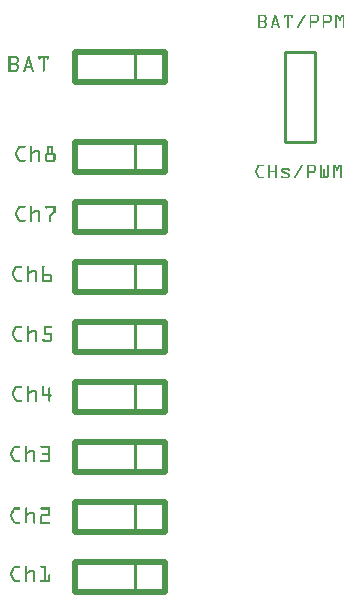
<source format=gto>
G04 MADE WITH FRITZING*
G04 WWW.FRITZING.ORG*
G04 DOUBLE SIDED*
G04 HOLES PLATED*
G04 CONTOUR ON CENTER OF CONTOUR VECTOR*
%ASAXBY*%
%FSLAX23Y23*%
%MOIN*%
%OFA0B0*%
%SFA1.0B1.0*%
%ADD10C,0.020000*%
%ADD11C,0.010000*%
%ADD12R,0.001000X0.001000*%
%LNSILK1*%
G90*
G70*
G54D10*
X1283Y202D02*
X983Y202D01*
D02*
X983Y202D02*
X983Y102D01*
D02*
X983Y102D02*
X1283Y102D01*
D02*
X1283Y102D02*
X1283Y202D01*
G54D11*
D02*
X1183Y202D02*
X1183Y102D01*
G54D10*
D02*
X1283Y402D02*
X983Y402D01*
D02*
X983Y402D02*
X983Y302D01*
D02*
X983Y302D02*
X1283Y302D01*
D02*
X1283Y302D02*
X1283Y402D01*
G54D11*
D02*
X1183Y402D02*
X1183Y302D01*
G54D10*
D02*
X1283Y602D02*
X983Y602D01*
D02*
X983Y602D02*
X983Y502D01*
D02*
X983Y502D02*
X1283Y502D01*
D02*
X1283Y502D02*
X1283Y602D01*
G54D11*
D02*
X1183Y602D02*
X1183Y502D01*
G54D10*
D02*
X1283Y802D02*
X983Y802D01*
D02*
X983Y802D02*
X983Y702D01*
D02*
X983Y702D02*
X1283Y702D01*
D02*
X1283Y702D02*
X1283Y802D01*
G54D11*
D02*
X1183Y802D02*
X1183Y702D01*
G54D10*
D02*
X1283Y1002D02*
X983Y1002D01*
D02*
X983Y1002D02*
X983Y902D01*
D02*
X983Y902D02*
X1283Y902D01*
D02*
X1283Y902D02*
X1283Y1002D01*
G54D11*
D02*
X1183Y1002D02*
X1183Y902D01*
G54D10*
D02*
X1283Y1202D02*
X983Y1202D01*
D02*
X983Y1202D02*
X983Y1102D01*
D02*
X983Y1102D02*
X1283Y1102D01*
D02*
X1283Y1102D02*
X1283Y1202D01*
G54D11*
D02*
X1183Y1202D02*
X1183Y1102D01*
G54D10*
D02*
X1283Y1902D02*
X983Y1902D01*
D02*
X983Y1902D02*
X983Y1802D01*
D02*
X983Y1802D02*
X1283Y1802D01*
D02*
X1283Y1802D02*
X1283Y1902D01*
G54D11*
D02*
X1183Y1902D02*
X1183Y1802D01*
G54D10*
D02*
X1283Y1402D02*
X983Y1402D01*
D02*
X983Y1402D02*
X983Y1302D01*
D02*
X983Y1302D02*
X1283Y1302D01*
D02*
X1283Y1302D02*
X1283Y1402D01*
G54D11*
D02*
X1183Y1402D02*
X1183Y1302D01*
G54D10*
D02*
X1283Y1602D02*
X983Y1602D01*
D02*
X983Y1602D02*
X983Y1502D01*
D02*
X983Y1502D02*
X1283Y1502D01*
D02*
X1283Y1502D02*
X1283Y1602D01*
G54D11*
D02*
X1183Y1602D02*
X1183Y1502D01*
D02*
X1683Y1902D02*
X1683Y1602D01*
D02*
X1683Y1602D02*
X1783Y1602D01*
D02*
X1783Y1602D02*
X1783Y1902D01*
D02*
X1783Y1902D02*
X1683Y1902D01*
G54D12*
X1593Y2028D02*
X1614Y2028D01*
X1649Y2028D02*
X1652Y2028D01*
X1679Y2028D02*
X1708Y2028D01*
X1747Y2028D02*
X1750Y2028D01*
X1765Y2028D02*
X1789Y2028D01*
X1808Y2028D02*
X1832Y2028D01*
X1851Y2028D02*
X1858Y2028D01*
X1873Y2028D02*
X1880Y2028D01*
X1593Y2027D02*
X1616Y2027D01*
X1648Y2027D02*
X1652Y2027D01*
X1679Y2027D02*
X1708Y2027D01*
X1746Y2027D02*
X1750Y2027D01*
X1765Y2027D02*
X1790Y2027D01*
X1808Y2027D02*
X1833Y2027D01*
X1851Y2027D02*
X1859Y2027D01*
X1872Y2027D02*
X1880Y2027D01*
X1593Y2026D02*
X1617Y2026D01*
X1648Y2026D02*
X1653Y2026D01*
X1679Y2026D02*
X1708Y2026D01*
X1745Y2026D02*
X1751Y2026D01*
X1765Y2026D02*
X1791Y2026D01*
X1808Y2026D02*
X1834Y2026D01*
X1851Y2026D02*
X1860Y2026D01*
X1871Y2026D02*
X1880Y2026D01*
X1593Y2025D02*
X1618Y2025D01*
X1647Y2025D02*
X1653Y2025D01*
X1679Y2025D02*
X1708Y2025D01*
X1745Y2025D02*
X1751Y2025D01*
X1765Y2025D02*
X1792Y2025D01*
X1808Y2025D02*
X1835Y2025D01*
X1851Y2025D02*
X1860Y2025D01*
X1871Y2025D02*
X1880Y2025D01*
X1593Y2024D02*
X1619Y2024D01*
X1647Y2024D02*
X1653Y2024D01*
X1679Y2024D02*
X1708Y2024D01*
X1744Y2024D02*
X1750Y2024D01*
X1765Y2024D02*
X1793Y2024D01*
X1808Y2024D02*
X1836Y2024D01*
X1851Y2024D02*
X1861Y2024D01*
X1870Y2024D02*
X1880Y2024D01*
X1593Y2023D02*
X1620Y2023D01*
X1647Y2023D02*
X1654Y2023D01*
X1679Y2023D02*
X1708Y2023D01*
X1744Y2023D02*
X1750Y2023D01*
X1765Y2023D02*
X1793Y2023D01*
X1808Y2023D02*
X1836Y2023D01*
X1851Y2023D02*
X1862Y2023D01*
X1869Y2023D02*
X1880Y2023D01*
X1593Y2022D02*
X1598Y2022D01*
X1613Y2022D02*
X1620Y2022D01*
X1646Y2022D02*
X1654Y2022D01*
X1679Y2022D02*
X1684Y2022D01*
X1691Y2022D02*
X1696Y2022D01*
X1703Y2022D02*
X1708Y2022D01*
X1743Y2022D02*
X1749Y2022D01*
X1765Y2022D02*
X1770Y2022D01*
X1788Y2022D02*
X1794Y2022D01*
X1808Y2022D02*
X1813Y2022D01*
X1831Y2022D02*
X1837Y2022D01*
X1851Y2022D02*
X1863Y2022D01*
X1869Y2022D02*
X1880Y2022D01*
X1593Y2021D02*
X1598Y2021D01*
X1615Y2021D02*
X1621Y2021D01*
X1646Y2021D02*
X1654Y2021D01*
X1679Y2021D02*
X1684Y2021D01*
X1691Y2021D02*
X1696Y2021D01*
X1703Y2021D02*
X1708Y2021D01*
X1742Y2021D02*
X1748Y2021D01*
X1765Y2021D02*
X1770Y2021D01*
X1788Y2021D02*
X1794Y2021D01*
X1808Y2021D02*
X1813Y2021D01*
X1832Y2021D02*
X1837Y2021D01*
X1851Y2021D02*
X1863Y2021D01*
X1868Y2021D02*
X1880Y2021D01*
X1593Y2020D02*
X1598Y2020D01*
X1616Y2020D02*
X1621Y2020D01*
X1646Y2020D02*
X1655Y2020D01*
X1679Y2020D02*
X1684Y2020D01*
X1691Y2020D02*
X1696Y2020D01*
X1703Y2020D02*
X1708Y2020D01*
X1742Y2020D02*
X1748Y2020D01*
X1765Y2020D02*
X1770Y2020D01*
X1789Y2020D02*
X1794Y2020D01*
X1808Y2020D02*
X1813Y2020D01*
X1832Y2020D02*
X1837Y2020D01*
X1851Y2020D02*
X1864Y2020D01*
X1867Y2020D02*
X1880Y2020D01*
X1593Y2019D02*
X1598Y2019D01*
X1616Y2019D02*
X1621Y2019D01*
X1646Y2019D02*
X1655Y2019D01*
X1679Y2019D02*
X1683Y2019D01*
X1691Y2019D02*
X1696Y2019D01*
X1703Y2019D02*
X1707Y2019D01*
X1741Y2019D02*
X1747Y2019D01*
X1765Y2019D02*
X1770Y2019D01*
X1789Y2019D02*
X1794Y2019D01*
X1808Y2019D02*
X1813Y2019D01*
X1832Y2019D02*
X1837Y2019D01*
X1851Y2019D02*
X1856Y2019D01*
X1858Y2019D02*
X1873Y2019D01*
X1875Y2019D02*
X1880Y2019D01*
X1593Y2018D02*
X1598Y2018D01*
X1616Y2018D02*
X1621Y2018D01*
X1645Y2018D02*
X1655Y2018D01*
X1681Y2018D02*
X1682Y2018D01*
X1691Y2018D02*
X1696Y2018D01*
X1704Y2018D02*
X1706Y2018D01*
X1741Y2018D02*
X1747Y2018D01*
X1765Y2018D02*
X1770Y2018D01*
X1789Y2018D02*
X1794Y2018D01*
X1808Y2018D02*
X1813Y2018D01*
X1832Y2018D02*
X1837Y2018D01*
X1851Y2018D02*
X1856Y2018D01*
X1859Y2018D02*
X1872Y2018D01*
X1875Y2018D02*
X1880Y2018D01*
X1593Y2017D02*
X1598Y2017D01*
X1616Y2017D02*
X1622Y2017D01*
X1645Y2017D02*
X1655Y2017D01*
X1691Y2017D02*
X1696Y2017D01*
X1740Y2017D02*
X1746Y2017D01*
X1765Y2017D02*
X1770Y2017D01*
X1789Y2017D02*
X1794Y2017D01*
X1808Y2017D02*
X1813Y2017D01*
X1832Y2017D02*
X1837Y2017D01*
X1851Y2017D02*
X1856Y2017D01*
X1860Y2017D02*
X1871Y2017D01*
X1875Y2017D02*
X1880Y2017D01*
X1593Y2016D02*
X1598Y2016D01*
X1617Y2016D02*
X1622Y2016D01*
X1645Y2016D02*
X1656Y2016D01*
X1691Y2016D02*
X1696Y2016D01*
X1739Y2016D02*
X1745Y2016D01*
X1765Y2016D02*
X1770Y2016D01*
X1789Y2016D02*
X1794Y2016D01*
X1808Y2016D02*
X1813Y2016D01*
X1832Y2016D02*
X1837Y2016D01*
X1851Y2016D02*
X1856Y2016D01*
X1860Y2016D02*
X1871Y2016D01*
X1875Y2016D02*
X1880Y2016D01*
X1593Y2015D02*
X1598Y2015D01*
X1617Y2015D02*
X1622Y2015D01*
X1644Y2015D02*
X1656Y2015D01*
X1691Y2015D02*
X1696Y2015D01*
X1739Y2015D02*
X1745Y2015D01*
X1765Y2015D02*
X1770Y2015D01*
X1789Y2015D02*
X1794Y2015D01*
X1808Y2015D02*
X1813Y2015D01*
X1832Y2015D02*
X1837Y2015D01*
X1851Y2015D02*
X1856Y2015D01*
X1861Y2015D02*
X1870Y2015D01*
X1875Y2015D02*
X1880Y2015D01*
X1593Y2014D02*
X1598Y2014D01*
X1616Y2014D02*
X1622Y2014D01*
X1644Y2014D02*
X1649Y2014D01*
X1651Y2014D02*
X1656Y2014D01*
X1691Y2014D02*
X1696Y2014D01*
X1738Y2014D02*
X1744Y2014D01*
X1765Y2014D02*
X1770Y2014D01*
X1789Y2014D02*
X1794Y2014D01*
X1808Y2014D02*
X1813Y2014D01*
X1832Y2014D02*
X1837Y2014D01*
X1851Y2014D02*
X1856Y2014D01*
X1862Y2014D02*
X1869Y2014D01*
X1875Y2014D02*
X1880Y2014D01*
X1593Y2013D02*
X1598Y2013D01*
X1616Y2013D02*
X1621Y2013D01*
X1644Y2013D02*
X1649Y2013D01*
X1651Y2013D02*
X1657Y2013D01*
X1691Y2013D02*
X1696Y2013D01*
X1738Y2013D02*
X1744Y2013D01*
X1765Y2013D02*
X1770Y2013D01*
X1789Y2013D02*
X1794Y2013D01*
X1808Y2013D02*
X1813Y2013D01*
X1832Y2013D02*
X1837Y2013D01*
X1851Y2013D02*
X1856Y2013D01*
X1862Y2013D02*
X1869Y2013D01*
X1875Y2013D02*
X1880Y2013D01*
X1593Y2012D02*
X1598Y2012D01*
X1616Y2012D02*
X1621Y2012D01*
X1643Y2012D02*
X1649Y2012D01*
X1652Y2012D02*
X1657Y2012D01*
X1691Y2012D02*
X1696Y2012D01*
X1737Y2012D02*
X1743Y2012D01*
X1765Y2012D02*
X1770Y2012D01*
X1789Y2012D02*
X1794Y2012D01*
X1808Y2012D02*
X1813Y2012D01*
X1832Y2012D02*
X1837Y2012D01*
X1851Y2012D02*
X1856Y2012D01*
X1863Y2012D02*
X1868Y2012D01*
X1875Y2012D02*
X1880Y2012D01*
X1593Y2011D02*
X1598Y2011D01*
X1615Y2011D02*
X1621Y2011D01*
X1643Y2011D02*
X1648Y2011D01*
X1652Y2011D02*
X1657Y2011D01*
X1691Y2011D02*
X1696Y2011D01*
X1737Y2011D02*
X1743Y2011D01*
X1765Y2011D02*
X1770Y2011D01*
X1789Y2011D02*
X1794Y2011D01*
X1808Y2011D02*
X1813Y2011D01*
X1832Y2011D02*
X1837Y2011D01*
X1851Y2011D02*
X1856Y2011D01*
X1863Y2011D02*
X1868Y2011D01*
X1875Y2011D02*
X1880Y2011D01*
X1593Y2010D02*
X1598Y2010D01*
X1614Y2010D02*
X1621Y2010D01*
X1643Y2010D02*
X1648Y2010D01*
X1652Y2010D02*
X1657Y2010D01*
X1691Y2010D02*
X1696Y2010D01*
X1736Y2010D02*
X1742Y2010D01*
X1765Y2010D02*
X1770Y2010D01*
X1789Y2010D02*
X1794Y2010D01*
X1808Y2010D02*
X1813Y2010D01*
X1832Y2010D02*
X1837Y2010D01*
X1851Y2010D02*
X1856Y2010D01*
X1863Y2010D02*
X1868Y2010D01*
X1875Y2010D02*
X1880Y2010D01*
X1593Y2009D02*
X1598Y2009D01*
X1613Y2009D02*
X1620Y2009D01*
X1643Y2009D02*
X1648Y2009D01*
X1652Y2009D02*
X1658Y2009D01*
X1691Y2009D02*
X1696Y2009D01*
X1735Y2009D02*
X1741Y2009D01*
X1765Y2009D02*
X1770Y2009D01*
X1789Y2009D02*
X1794Y2009D01*
X1808Y2009D02*
X1813Y2009D01*
X1832Y2009D02*
X1837Y2009D01*
X1851Y2009D02*
X1856Y2009D01*
X1863Y2009D02*
X1868Y2009D01*
X1875Y2009D02*
X1880Y2009D01*
X1593Y2008D02*
X1620Y2008D01*
X1642Y2008D02*
X1648Y2008D01*
X1653Y2008D02*
X1658Y2008D01*
X1691Y2008D02*
X1696Y2008D01*
X1735Y2008D02*
X1741Y2008D01*
X1765Y2008D02*
X1770Y2008D01*
X1789Y2008D02*
X1794Y2008D01*
X1808Y2008D02*
X1813Y2008D01*
X1832Y2008D02*
X1837Y2008D01*
X1851Y2008D02*
X1856Y2008D01*
X1864Y2008D02*
X1867Y2008D01*
X1875Y2008D02*
X1880Y2008D01*
X1593Y2007D02*
X1619Y2007D01*
X1642Y2007D02*
X1647Y2007D01*
X1653Y2007D02*
X1658Y2007D01*
X1691Y2007D02*
X1696Y2007D01*
X1734Y2007D02*
X1740Y2007D01*
X1765Y2007D02*
X1770Y2007D01*
X1788Y2007D02*
X1794Y2007D01*
X1808Y2007D02*
X1813Y2007D01*
X1831Y2007D02*
X1837Y2007D01*
X1851Y2007D02*
X1856Y2007D01*
X1875Y2007D02*
X1880Y2007D01*
X1593Y2006D02*
X1618Y2006D01*
X1642Y2006D02*
X1647Y2006D01*
X1653Y2006D02*
X1659Y2006D01*
X1691Y2006D02*
X1696Y2006D01*
X1734Y2006D02*
X1740Y2006D01*
X1765Y2006D02*
X1771Y2006D01*
X1786Y2006D02*
X1793Y2006D01*
X1808Y2006D02*
X1814Y2006D01*
X1829Y2006D02*
X1836Y2006D01*
X1851Y2006D02*
X1856Y2006D01*
X1875Y2006D02*
X1880Y2006D01*
X1593Y2005D02*
X1618Y2005D01*
X1641Y2005D02*
X1647Y2005D01*
X1654Y2005D02*
X1659Y2005D01*
X1691Y2005D02*
X1696Y2005D01*
X1733Y2005D02*
X1739Y2005D01*
X1765Y2005D02*
X1793Y2005D01*
X1808Y2005D02*
X1836Y2005D01*
X1851Y2005D02*
X1856Y2005D01*
X1875Y2005D02*
X1880Y2005D01*
X1593Y2004D02*
X1619Y2004D01*
X1641Y2004D02*
X1646Y2004D01*
X1654Y2004D02*
X1659Y2004D01*
X1691Y2004D02*
X1696Y2004D01*
X1732Y2004D02*
X1738Y2004D01*
X1765Y2004D02*
X1792Y2004D01*
X1808Y2004D02*
X1835Y2004D01*
X1851Y2004D02*
X1856Y2004D01*
X1875Y2004D02*
X1880Y2004D01*
X1593Y2003D02*
X1620Y2003D01*
X1641Y2003D02*
X1646Y2003D01*
X1654Y2003D02*
X1659Y2003D01*
X1691Y2003D02*
X1696Y2003D01*
X1732Y2003D02*
X1738Y2003D01*
X1765Y2003D02*
X1791Y2003D01*
X1808Y2003D02*
X1835Y2003D01*
X1851Y2003D02*
X1856Y2003D01*
X1875Y2003D02*
X1880Y2003D01*
X1593Y2002D02*
X1598Y2002D01*
X1613Y2002D02*
X1620Y2002D01*
X1641Y2002D02*
X1646Y2002D01*
X1655Y2002D02*
X1660Y2002D01*
X1691Y2002D02*
X1696Y2002D01*
X1731Y2002D02*
X1737Y2002D01*
X1765Y2002D02*
X1790Y2002D01*
X1808Y2002D02*
X1833Y2002D01*
X1851Y2002D02*
X1856Y2002D01*
X1875Y2002D02*
X1880Y2002D01*
X1593Y2001D02*
X1598Y2001D01*
X1614Y2001D02*
X1621Y2001D01*
X1640Y2001D02*
X1646Y2001D01*
X1655Y2001D02*
X1660Y2001D01*
X1691Y2001D02*
X1696Y2001D01*
X1731Y2001D02*
X1737Y2001D01*
X1765Y2001D02*
X1789Y2001D01*
X1808Y2001D02*
X1832Y2001D01*
X1851Y2001D02*
X1856Y2001D01*
X1875Y2001D02*
X1880Y2001D01*
X1593Y2000D02*
X1598Y2000D01*
X1615Y2000D02*
X1621Y2000D01*
X1640Y2000D02*
X1645Y2000D01*
X1655Y2000D02*
X1660Y2000D01*
X1691Y2000D02*
X1696Y2000D01*
X1730Y2000D02*
X1736Y2000D01*
X1765Y2000D02*
X1786Y2000D01*
X1808Y2000D02*
X1829Y2000D01*
X1851Y2000D02*
X1856Y2000D01*
X1875Y2000D02*
X1880Y2000D01*
X1593Y1999D02*
X1598Y1999D01*
X1616Y1999D02*
X1621Y1999D01*
X1640Y1999D02*
X1645Y1999D01*
X1655Y1999D02*
X1661Y1999D01*
X1691Y1999D02*
X1696Y1999D01*
X1729Y1999D02*
X1736Y1999D01*
X1765Y1999D02*
X1770Y1999D01*
X1808Y1999D02*
X1813Y1999D01*
X1851Y1999D02*
X1856Y1999D01*
X1875Y1999D02*
X1880Y1999D01*
X1593Y1998D02*
X1598Y1998D01*
X1616Y1998D02*
X1621Y1998D01*
X1639Y1998D02*
X1661Y1998D01*
X1691Y1998D02*
X1696Y1998D01*
X1729Y1998D02*
X1735Y1998D01*
X1765Y1998D02*
X1770Y1998D01*
X1808Y1998D02*
X1813Y1998D01*
X1851Y1998D02*
X1856Y1998D01*
X1875Y1998D02*
X1880Y1998D01*
X1593Y1997D02*
X1598Y1997D01*
X1616Y1997D02*
X1622Y1997D01*
X1639Y1997D02*
X1661Y1997D01*
X1691Y1997D02*
X1696Y1997D01*
X1728Y1997D02*
X1734Y1997D01*
X1765Y1997D02*
X1770Y1997D01*
X1808Y1997D02*
X1813Y1997D01*
X1851Y1997D02*
X1856Y1997D01*
X1875Y1997D02*
X1880Y1997D01*
X1593Y1996D02*
X1598Y1996D01*
X1617Y1996D02*
X1622Y1996D01*
X1639Y1996D02*
X1662Y1996D01*
X1691Y1996D02*
X1696Y1996D01*
X1728Y1996D02*
X1734Y1996D01*
X1765Y1996D02*
X1770Y1996D01*
X1808Y1996D02*
X1813Y1996D01*
X1851Y1996D02*
X1856Y1996D01*
X1875Y1996D02*
X1880Y1996D01*
X1593Y1995D02*
X1598Y1995D01*
X1617Y1995D02*
X1622Y1995D01*
X1638Y1995D02*
X1662Y1995D01*
X1691Y1995D02*
X1696Y1995D01*
X1727Y1995D02*
X1733Y1995D01*
X1765Y1995D02*
X1770Y1995D01*
X1808Y1995D02*
X1813Y1995D01*
X1851Y1995D02*
X1856Y1995D01*
X1875Y1995D02*
X1880Y1995D01*
X1593Y1994D02*
X1598Y1994D01*
X1616Y1994D02*
X1622Y1994D01*
X1638Y1994D02*
X1662Y1994D01*
X1691Y1994D02*
X1696Y1994D01*
X1727Y1994D02*
X1733Y1994D01*
X1765Y1994D02*
X1770Y1994D01*
X1808Y1994D02*
X1813Y1994D01*
X1851Y1994D02*
X1856Y1994D01*
X1875Y1994D02*
X1880Y1994D01*
X1593Y1993D02*
X1598Y1993D01*
X1616Y1993D02*
X1621Y1993D01*
X1638Y1993D02*
X1662Y1993D01*
X1691Y1993D02*
X1696Y1993D01*
X1726Y1993D02*
X1732Y1993D01*
X1765Y1993D02*
X1770Y1993D01*
X1808Y1993D02*
X1813Y1993D01*
X1851Y1993D02*
X1856Y1993D01*
X1875Y1993D02*
X1880Y1993D01*
X1593Y1992D02*
X1598Y1992D01*
X1616Y1992D02*
X1621Y1992D01*
X1638Y1992D02*
X1643Y1992D01*
X1657Y1992D02*
X1663Y1992D01*
X1691Y1992D02*
X1696Y1992D01*
X1725Y1992D02*
X1731Y1992D01*
X1765Y1992D02*
X1770Y1992D01*
X1808Y1992D02*
X1813Y1992D01*
X1851Y1992D02*
X1856Y1992D01*
X1875Y1992D02*
X1880Y1992D01*
X1593Y1991D02*
X1598Y1991D01*
X1615Y1991D02*
X1621Y1991D01*
X1637Y1991D02*
X1643Y1991D01*
X1658Y1991D02*
X1663Y1991D01*
X1691Y1991D02*
X1696Y1991D01*
X1725Y1991D02*
X1731Y1991D01*
X1765Y1991D02*
X1770Y1991D01*
X1808Y1991D02*
X1813Y1991D01*
X1851Y1991D02*
X1856Y1991D01*
X1875Y1991D02*
X1880Y1991D01*
X1593Y1990D02*
X1598Y1990D01*
X1615Y1990D02*
X1621Y1990D01*
X1637Y1990D02*
X1642Y1990D01*
X1658Y1990D02*
X1663Y1990D01*
X1691Y1990D02*
X1696Y1990D01*
X1724Y1990D02*
X1730Y1990D01*
X1765Y1990D02*
X1770Y1990D01*
X1808Y1990D02*
X1813Y1990D01*
X1851Y1990D02*
X1856Y1990D01*
X1875Y1990D02*
X1880Y1990D01*
X1593Y1989D02*
X1598Y1989D01*
X1613Y1989D02*
X1620Y1989D01*
X1637Y1989D02*
X1642Y1989D01*
X1658Y1989D02*
X1664Y1989D01*
X1691Y1989D02*
X1696Y1989D01*
X1724Y1989D02*
X1730Y1989D01*
X1765Y1989D02*
X1770Y1989D01*
X1808Y1989D02*
X1813Y1989D01*
X1851Y1989D02*
X1856Y1989D01*
X1875Y1989D02*
X1880Y1989D01*
X1593Y1988D02*
X1620Y1988D01*
X1636Y1988D02*
X1642Y1988D01*
X1659Y1988D02*
X1664Y1988D01*
X1691Y1988D02*
X1696Y1988D01*
X1723Y1988D02*
X1729Y1988D01*
X1765Y1988D02*
X1770Y1988D01*
X1808Y1988D02*
X1813Y1988D01*
X1851Y1988D02*
X1856Y1988D01*
X1875Y1988D02*
X1880Y1988D01*
X1593Y1987D02*
X1619Y1987D01*
X1636Y1987D02*
X1641Y1987D01*
X1659Y1987D02*
X1664Y1987D01*
X1691Y1987D02*
X1696Y1987D01*
X1722Y1987D02*
X1729Y1987D01*
X1765Y1987D02*
X1770Y1987D01*
X1808Y1987D02*
X1813Y1987D01*
X1851Y1987D02*
X1856Y1987D01*
X1875Y1987D02*
X1880Y1987D01*
X1593Y1986D02*
X1618Y1986D01*
X1636Y1986D02*
X1641Y1986D01*
X1659Y1986D02*
X1664Y1986D01*
X1691Y1986D02*
X1696Y1986D01*
X1722Y1986D02*
X1728Y1986D01*
X1765Y1986D02*
X1770Y1986D01*
X1808Y1986D02*
X1813Y1986D01*
X1851Y1986D02*
X1856Y1986D01*
X1875Y1986D02*
X1880Y1986D01*
X1593Y1985D02*
X1617Y1985D01*
X1636Y1985D02*
X1641Y1985D01*
X1659Y1985D02*
X1665Y1985D01*
X1691Y1985D02*
X1696Y1985D01*
X1722Y1985D02*
X1727Y1985D01*
X1765Y1985D02*
X1770Y1985D01*
X1808Y1985D02*
X1813Y1985D01*
X1851Y1985D02*
X1856Y1985D01*
X1875Y1985D02*
X1880Y1985D01*
X1593Y1984D02*
X1616Y1984D01*
X1636Y1984D02*
X1641Y1984D01*
X1660Y1984D02*
X1664Y1984D01*
X1691Y1984D02*
X1696Y1984D01*
X1722Y1984D02*
X1727Y1984D01*
X1765Y1984D02*
X1770Y1984D01*
X1808Y1984D02*
X1813Y1984D01*
X1851Y1984D02*
X1856Y1984D01*
X1875Y1984D02*
X1880Y1984D01*
X1593Y1983D02*
X1614Y1983D01*
X1637Y1983D02*
X1640Y1983D01*
X1661Y1983D02*
X1664Y1983D01*
X1692Y1983D02*
X1695Y1983D01*
X1723Y1983D02*
X1726Y1983D01*
X1766Y1983D02*
X1769Y1983D01*
X1809Y1983D02*
X1812Y1983D01*
X1852Y1983D02*
X1855Y1983D01*
X1876Y1983D02*
X1879Y1983D01*
X1716Y1904D02*
X1716Y1904D01*
X1715Y1903D02*
X1717Y1903D01*
X1714Y1902D02*
X1718Y1902D01*
X1713Y1901D02*
X1718Y1901D01*
X1712Y1900D02*
X1718Y1900D01*
X1711Y1899D02*
X1717Y1899D01*
X1710Y1898D02*
X1716Y1898D01*
X1709Y1897D02*
X1715Y1897D01*
X761Y1891D02*
X784Y1891D01*
X826Y1891D02*
X829Y1891D01*
X861Y1891D02*
X895Y1891D01*
X761Y1890D02*
X787Y1890D01*
X825Y1890D02*
X830Y1890D01*
X861Y1890D02*
X895Y1890D01*
X761Y1889D02*
X788Y1889D01*
X825Y1889D02*
X831Y1889D01*
X861Y1889D02*
X895Y1889D01*
X761Y1888D02*
X790Y1888D01*
X825Y1888D02*
X831Y1888D01*
X861Y1888D02*
X895Y1888D01*
X761Y1887D02*
X791Y1887D01*
X824Y1887D02*
X831Y1887D01*
X861Y1887D02*
X895Y1887D01*
X761Y1886D02*
X792Y1886D01*
X824Y1886D02*
X831Y1886D01*
X861Y1886D02*
X895Y1886D01*
X761Y1885D02*
X792Y1885D01*
X824Y1885D02*
X832Y1885D01*
X861Y1885D02*
X895Y1885D01*
X761Y1884D02*
X767Y1884D01*
X784Y1884D02*
X793Y1884D01*
X823Y1884D02*
X832Y1884D01*
X861Y1884D02*
X867Y1884D01*
X875Y1884D02*
X881Y1884D01*
X888Y1884D02*
X895Y1884D01*
X761Y1883D02*
X767Y1883D01*
X786Y1883D02*
X793Y1883D01*
X823Y1883D02*
X832Y1883D01*
X861Y1883D02*
X867Y1883D01*
X875Y1883D02*
X881Y1883D01*
X889Y1883D02*
X895Y1883D01*
X761Y1882D02*
X767Y1882D01*
X787Y1882D02*
X794Y1882D01*
X823Y1882D02*
X833Y1882D01*
X861Y1882D02*
X867Y1882D01*
X875Y1882D02*
X881Y1882D01*
X889Y1882D02*
X895Y1882D01*
X761Y1881D02*
X767Y1881D01*
X788Y1881D02*
X794Y1881D01*
X823Y1881D02*
X833Y1881D01*
X861Y1881D02*
X867Y1881D01*
X875Y1881D02*
X881Y1881D01*
X889Y1881D02*
X894Y1881D01*
X761Y1880D02*
X767Y1880D01*
X788Y1880D02*
X794Y1880D01*
X822Y1880D02*
X833Y1880D01*
X862Y1880D02*
X866Y1880D01*
X875Y1880D02*
X881Y1880D01*
X889Y1880D02*
X894Y1880D01*
X761Y1879D02*
X767Y1879D01*
X788Y1879D02*
X794Y1879D01*
X822Y1879D02*
X833Y1879D01*
X863Y1879D02*
X865Y1879D01*
X875Y1879D02*
X881Y1879D01*
X890Y1879D02*
X893Y1879D01*
X761Y1878D02*
X767Y1878D01*
X789Y1878D02*
X795Y1878D01*
X822Y1878D02*
X834Y1878D01*
X875Y1878D02*
X881Y1878D01*
X761Y1877D02*
X767Y1877D01*
X789Y1877D02*
X795Y1877D01*
X821Y1877D02*
X834Y1877D01*
X875Y1877D02*
X881Y1877D01*
X761Y1876D02*
X767Y1876D01*
X789Y1876D02*
X795Y1876D01*
X821Y1876D02*
X834Y1876D01*
X875Y1876D02*
X881Y1876D01*
X1688Y1876D02*
X1688Y1876D01*
X761Y1875D02*
X767Y1875D01*
X789Y1875D02*
X795Y1875D01*
X821Y1875D02*
X835Y1875D01*
X875Y1875D02*
X881Y1875D01*
X1687Y1875D02*
X1688Y1875D01*
X761Y1874D02*
X767Y1874D01*
X788Y1874D02*
X795Y1874D01*
X820Y1874D02*
X827Y1874D01*
X829Y1874D02*
X835Y1874D01*
X875Y1874D02*
X881Y1874D01*
X1686Y1874D02*
X1688Y1874D01*
X761Y1873D02*
X767Y1873D01*
X788Y1873D02*
X794Y1873D01*
X820Y1873D02*
X827Y1873D01*
X829Y1873D02*
X835Y1873D01*
X875Y1873D02*
X881Y1873D01*
X1685Y1873D02*
X1688Y1873D01*
X761Y1872D02*
X767Y1872D01*
X788Y1872D02*
X794Y1872D01*
X820Y1872D02*
X826Y1872D01*
X829Y1872D02*
X836Y1872D01*
X875Y1872D02*
X881Y1872D01*
X1684Y1872D02*
X1688Y1872D01*
X761Y1871D02*
X767Y1871D01*
X787Y1871D02*
X794Y1871D01*
X820Y1871D02*
X826Y1871D01*
X829Y1871D02*
X836Y1871D01*
X875Y1871D02*
X881Y1871D01*
X1683Y1871D02*
X1688Y1871D01*
X761Y1870D02*
X767Y1870D01*
X786Y1870D02*
X794Y1870D01*
X819Y1870D02*
X826Y1870D01*
X830Y1870D02*
X836Y1870D01*
X875Y1870D02*
X881Y1870D01*
X1682Y1870D02*
X1688Y1870D01*
X761Y1869D02*
X767Y1869D01*
X785Y1869D02*
X793Y1869D01*
X819Y1869D02*
X825Y1869D01*
X830Y1869D02*
X836Y1869D01*
X875Y1869D02*
X881Y1869D01*
X1682Y1869D02*
X1687Y1869D01*
X761Y1868D02*
X767Y1868D01*
X783Y1868D02*
X793Y1868D01*
X819Y1868D02*
X825Y1868D01*
X830Y1868D02*
X837Y1868D01*
X875Y1868D02*
X881Y1868D01*
X1683Y1868D02*
X1686Y1868D01*
X761Y1867D02*
X792Y1867D01*
X818Y1867D02*
X825Y1867D01*
X831Y1867D02*
X837Y1867D01*
X875Y1867D02*
X881Y1867D01*
X1684Y1867D02*
X1685Y1867D01*
X761Y1866D02*
X791Y1866D01*
X818Y1866D02*
X824Y1866D01*
X831Y1866D02*
X837Y1866D01*
X875Y1866D02*
X881Y1866D01*
X761Y1865D02*
X790Y1865D01*
X818Y1865D02*
X824Y1865D01*
X831Y1865D02*
X838Y1865D01*
X875Y1865D02*
X881Y1865D01*
X761Y1864D02*
X790Y1864D01*
X818Y1864D02*
X824Y1864D01*
X832Y1864D02*
X838Y1864D01*
X875Y1864D02*
X881Y1864D01*
X761Y1863D02*
X791Y1863D01*
X817Y1863D02*
X824Y1863D01*
X832Y1863D02*
X838Y1863D01*
X875Y1863D02*
X881Y1863D01*
X761Y1862D02*
X792Y1862D01*
X817Y1862D02*
X823Y1862D01*
X832Y1862D02*
X838Y1862D01*
X875Y1862D02*
X881Y1862D01*
X761Y1861D02*
X793Y1861D01*
X817Y1861D02*
X823Y1861D01*
X832Y1861D02*
X839Y1861D01*
X875Y1861D02*
X881Y1861D01*
X761Y1860D02*
X767Y1860D01*
X785Y1860D02*
X793Y1860D01*
X816Y1860D02*
X823Y1860D01*
X833Y1860D02*
X839Y1860D01*
X875Y1860D02*
X881Y1860D01*
X761Y1859D02*
X767Y1859D01*
X786Y1859D02*
X794Y1859D01*
X816Y1859D02*
X822Y1859D01*
X833Y1859D02*
X839Y1859D01*
X875Y1859D02*
X881Y1859D01*
X761Y1858D02*
X767Y1858D01*
X787Y1858D02*
X794Y1858D01*
X816Y1858D02*
X822Y1858D01*
X833Y1858D02*
X840Y1858D01*
X875Y1858D02*
X881Y1858D01*
X761Y1857D02*
X767Y1857D01*
X788Y1857D02*
X794Y1857D01*
X815Y1857D02*
X822Y1857D01*
X834Y1857D02*
X840Y1857D01*
X875Y1857D02*
X881Y1857D01*
X761Y1856D02*
X767Y1856D01*
X788Y1856D02*
X794Y1856D01*
X815Y1856D02*
X840Y1856D01*
X875Y1856D02*
X881Y1856D01*
X761Y1855D02*
X767Y1855D01*
X788Y1855D02*
X795Y1855D01*
X815Y1855D02*
X840Y1855D01*
X875Y1855D02*
X881Y1855D01*
X761Y1854D02*
X767Y1854D01*
X789Y1854D02*
X795Y1854D01*
X815Y1854D02*
X841Y1854D01*
X875Y1854D02*
X881Y1854D01*
X761Y1853D02*
X767Y1853D01*
X789Y1853D02*
X795Y1853D01*
X814Y1853D02*
X841Y1853D01*
X875Y1853D02*
X881Y1853D01*
X761Y1852D02*
X767Y1852D01*
X789Y1852D02*
X795Y1852D01*
X814Y1852D02*
X841Y1852D01*
X875Y1852D02*
X881Y1852D01*
X761Y1851D02*
X767Y1851D01*
X789Y1851D02*
X795Y1851D01*
X814Y1851D02*
X842Y1851D01*
X875Y1851D02*
X881Y1851D01*
X761Y1850D02*
X767Y1850D01*
X788Y1850D02*
X795Y1850D01*
X813Y1850D02*
X842Y1850D01*
X875Y1850D02*
X881Y1850D01*
X761Y1849D02*
X767Y1849D01*
X788Y1849D02*
X794Y1849D01*
X813Y1849D02*
X820Y1849D01*
X836Y1849D02*
X842Y1849D01*
X875Y1849D02*
X881Y1849D01*
X761Y1848D02*
X767Y1848D01*
X788Y1848D02*
X794Y1848D01*
X813Y1848D02*
X819Y1848D01*
X836Y1848D02*
X843Y1848D01*
X875Y1848D02*
X881Y1848D01*
X761Y1847D02*
X767Y1847D01*
X787Y1847D02*
X794Y1847D01*
X813Y1847D02*
X819Y1847D01*
X837Y1847D02*
X843Y1847D01*
X875Y1847D02*
X881Y1847D01*
X761Y1846D02*
X767Y1846D01*
X786Y1846D02*
X794Y1846D01*
X812Y1846D02*
X819Y1846D01*
X837Y1846D02*
X843Y1846D01*
X875Y1846D02*
X881Y1846D01*
X761Y1845D02*
X767Y1845D01*
X785Y1845D02*
X793Y1845D01*
X812Y1845D02*
X818Y1845D01*
X837Y1845D02*
X843Y1845D01*
X875Y1845D02*
X881Y1845D01*
X761Y1844D02*
X792Y1844D01*
X812Y1844D02*
X818Y1844D01*
X837Y1844D02*
X844Y1844D01*
X875Y1844D02*
X881Y1844D01*
X761Y1843D02*
X792Y1843D01*
X811Y1843D02*
X818Y1843D01*
X838Y1843D02*
X844Y1843D01*
X875Y1843D02*
X881Y1843D01*
X761Y1842D02*
X791Y1842D01*
X811Y1842D02*
X817Y1842D01*
X838Y1842D02*
X844Y1842D01*
X875Y1842D02*
X881Y1842D01*
X761Y1841D02*
X790Y1841D01*
X811Y1841D02*
X817Y1841D01*
X838Y1841D02*
X845Y1841D01*
X875Y1841D02*
X881Y1841D01*
X761Y1840D02*
X789Y1840D01*
X811Y1840D02*
X817Y1840D01*
X839Y1840D02*
X845Y1840D01*
X875Y1840D02*
X881Y1840D01*
X761Y1839D02*
X787Y1839D01*
X811Y1839D02*
X816Y1839D01*
X839Y1839D02*
X844Y1839D01*
X875Y1839D02*
X880Y1839D01*
X761Y1838D02*
X785Y1838D01*
X812Y1838D02*
X815Y1838D01*
X840Y1838D02*
X843Y1838D01*
X876Y1838D02*
X879Y1838D01*
X798Y1591D02*
X815Y1591D01*
X835Y1591D02*
X837Y1591D01*
X892Y1591D02*
X908Y1591D01*
X796Y1590D02*
X816Y1590D01*
X834Y1590D02*
X839Y1590D01*
X891Y1590D02*
X909Y1590D01*
X794Y1589D02*
X817Y1589D01*
X833Y1589D02*
X839Y1589D01*
X890Y1589D02*
X910Y1589D01*
X793Y1588D02*
X817Y1588D01*
X833Y1588D02*
X839Y1588D01*
X890Y1588D02*
X910Y1588D01*
X793Y1587D02*
X817Y1587D01*
X833Y1587D02*
X839Y1587D01*
X890Y1587D02*
X910Y1587D01*
X792Y1586D02*
X816Y1586D01*
X833Y1586D02*
X839Y1586D01*
X890Y1586D02*
X910Y1586D01*
X792Y1585D02*
X815Y1585D01*
X833Y1585D02*
X839Y1585D01*
X890Y1585D02*
X910Y1585D01*
X791Y1584D02*
X799Y1584D01*
X833Y1584D02*
X839Y1584D01*
X890Y1584D02*
X896Y1584D01*
X904Y1584D02*
X910Y1584D01*
X791Y1583D02*
X798Y1583D01*
X833Y1583D02*
X839Y1583D01*
X890Y1583D02*
X896Y1583D01*
X904Y1583D02*
X910Y1583D01*
X790Y1582D02*
X797Y1582D01*
X833Y1582D02*
X839Y1582D01*
X890Y1582D02*
X896Y1582D01*
X904Y1582D02*
X910Y1582D01*
X790Y1581D02*
X796Y1581D01*
X833Y1581D02*
X839Y1581D01*
X890Y1581D02*
X896Y1581D01*
X904Y1581D02*
X910Y1581D01*
X789Y1580D02*
X796Y1580D01*
X833Y1580D02*
X839Y1580D01*
X890Y1580D02*
X896Y1580D01*
X904Y1580D02*
X910Y1580D01*
X789Y1579D02*
X795Y1579D01*
X833Y1579D02*
X839Y1579D01*
X890Y1579D02*
X896Y1579D01*
X904Y1579D02*
X910Y1579D01*
X788Y1578D02*
X795Y1578D01*
X833Y1578D02*
X839Y1578D01*
X890Y1578D02*
X896Y1578D01*
X904Y1578D02*
X910Y1578D01*
X788Y1577D02*
X794Y1577D01*
X833Y1577D02*
X839Y1577D01*
X890Y1577D02*
X896Y1577D01*
X904Y1577D02*
X910Y1577D01*
X787Y1576D02*
X794Y1576D01*
X833Y1576D02*
X839Y1576D01*
X849Y1576D02*
X860Y1576D01*
X890Y1576D02*
X896Y1576D01*
X904Y1576D02*
X910Y1576D01*
X787Y1575D02*
X793Y1575D01*
X833Y1575D02*
X839Y1575D01*
X847Y1575D02*
X862Y1575D01*
X890Y1575D02*
X896Y1575D01*
X904Y1575D02*
X910Y1575D01*
X786Y1574D02*
X793Y1574D01*
X833Y1574D02*
X839Y1574D01*
X845Y1574D02*
X863Y1574D01*
X890Y1574D02*
X896Y1574D01*
X904Y1574D02*
X910Y1574D01*
X786Y1573D02*
X792Y1573D01*
X833Y1573D02*
X839Y1573D01*
X844Y1573D02*
X864Y1573D01*
X890Y1573D02*
X896Y1573D01*
X904Y1573D02*
X910Y1573D01*
X785Y1572D02*
X792Y1572D01*
X833Y1572D02*
X839Y1572D01*
X842Y1572D02*
X865Y1572D01*
X890Y1572D02*
X896Y1572D01*
X904Y1572D02*
X910Y1572D01*
X785Y1571D02*
X791Y1571D01*
X833Y1571D02*
X865Y1571D01*
X890Y1571D02*
X896Y1571D01*
X904Y1571D02*
X910Y1571D01*
X784Y1570D02*
X791Y1570D01*
X833Y1570D02*
X866Y1570D01*
X890Y1570D02*
X896Y1570D01*
X904Y1570D02*
X910Y1570D01*
X784Y1569D02*
X790Y1569D01*
X833Y1569D02*
X849Y1569D01*
X859Y1569D02*
X866Y1569D01*
X890Y1569D02*
X896Y1569D01*
X904Y1569D02*
X910Y1569D01*
X784Y1568D02*
X790Y1568D01*
X833Y1568D02*
X848Y1568D01*
X860Y1568D02*
X866Y1568D01*
X890Y1568D02*
X896Y1568D01*
X903Y1568D02*
X910Y1568D01*
X783Y1567D02*
X790Y1567D01*
X833Y1567D02*
X846Y1567D01*
X860Y1567D02*
X866Y1567D01*
X887Y1567D02*
X913Y1567D01*
X783Y1566D02*
X789Y1566D01*
X833Y1566D02*
X845Y1566D01*
X860Y1566D02*
X866Y1566D01*
X885Y1566D02*
X914Y1566D01*
X783Y1565D02*
X789Y1565D01*
X833Y1565D02*
X843Y1565D01*
X860Y1565D02*
X866Y1565D01*
X885Y1565D02*
X915Y1565D01*
X783Y1564D02*
X789Y1564D01*
X833Y1564D02*
X842Y1564D01*
X860Y1564D02*
X866Y1564D01*
X884Y1564D02*
X916Y1564D01*
X783Y1563D02*
X789Y1563D01*
X833Y1563D02*
X840Y1563D01*
X860Y1563D02*
X866Y1563D01*
X883Y1563D02*
X916Y1563D01*
X783Y1562D02*
X790Y1562D01*
X833Y1562D02*
X839Y1562D01*
X860Y1562D02*
X866Y1562D01*
X883Y1562D02*
X917Y1562D01*
X784Y1561D02*
X790Y1561D01*
X833Y1561D02*
X839Y1561D01*
X860Y1561D02*
X866Y1561D01*
X883Y1561D02*
X917Y1561D01*
X784Y1560D02*
X790Y1560D01*
X833Y1560D02*
X839Y1560D01*
X860Y1560D02*
X866Y1560D01*
X883Y1560D02*
X889Y1560D01*
X911Y1560D02*
X917Y1560D01*
X784Y1559D02*
X791Y1559D01*
X833Y1559D02*
X839Y1559D01*
X860Y1559D02*
X866Y1559D01*
X883Y1559D02*
X889Y1559D01*
X911Y1559D02*
X917Y1559D01*
X785Y1558D02*
X791Y1558D01*
X833Y1558D02*
X839Y1558D01*
X860Y1558D02*
X866Y1558D01*
X883Y1558D02*
X889Y1558D01*
X911Y1558D02*
X917Y1558D01*
X785Y1557D02*
X792Y1557D01*
X833Y1557D02*
X839Y1557D01*
X860Y1557D02*
X866Y1557D01*
X883Y1557D02*
X889Y1557D01*
X911Y1557D02*
X917Y1557D01*
X785Y1556D02*
X792Y1556D01*
X833Y1556D02*
X839Y1556D01*
X860Y1556D02*
X866Y1556D01*
X883Y1556D02*
X889Y1556D01*
X911Y1556D02*
X917Y1556D01*
X786Y1555D02*
X793Y1555D01*
X833Y1555D02*
X839Y1555D01*
X860Y1555D02*
X866Y1555D01*
X883Y1555D02*
X889Y1555D01*
X911Y1555D02*
X917Y1555D01*
X786Y1554D02*
X793Y1554D01*
X833Y1554D02*
X839Y1554D01*
X860Y1554D02*
X866Y1554D01*
X883Y1554D02*
X889Y1554D01*
X911Y1554D02*
X917Y1554D01*
X787Y1553D02*
X794Y1553D01*
X833Y1553D02*
X839Y1553D01*
X860Y1553D02*
X866Y1553D01*
X883Y1553D02*
X889Y1553D01*
X911Y1553D02*
X917Y1553D01*
X787Y1552D02*
X794Y1552D01*
X833Y1552D02*
X839Y1552D01*
X860Y1552D02*
X866Y1552D01*
X883Y1552D02*
X889Y1552D01*
X911Y1552D02*
X917Y1552D01*
X788Y1551D02*
X795Y1551D01*
X833Y1551D02*
X839Y1551D01*
X860Y1551D02*
X866Y1551D01*
X883Y1551D02*
X889Y1551D01*
X911Y1551D02*
X917Y1551D01*
X788Y1550D02*
X795Y1550D01*
X833Y1550D02*
X839Y1550D01*
X860Y1550D02*
X866Y1550D01*
X883Y1550D02*
X889Y1550D01*
X911Y1550D02*
X917Y1550D01*
X789Y1549D02*
X796Y1549D01*
X833Y1549D02*
X839Y1549D01*
X860Y1549D02*
X866Y1549D01*
X883Y1549D02*
X889Y1549D01*
X911Y1549D02*
X917Y1549D01*
X789Y1548D02*
X796Y1548D01*
X833Y1548D02*
X839Y1548D01*
X860Y1548D02*
X866Y1548D01*
X883Y1548D02*
X889Y1548D01*
X911Y1548D02*
X917Y1548D01*
X790Y1547D02*
X797Y1547D01*
X833Y1547D02*
X839Y1547D01*
X860Y1547D02*
X866Y1547D01*
X883Y1547D02*
X889Y1547D01*
X911Y1547D02*
X917Y1547D01*
X790Y1546D02*
X797Y1546D01*
X833Y1546D02*
X839Y1546D01*
X860Y1546D02*
X866Y1546D01*
X883Y1546D02*
X889Y1546D01*
X911Y1546D02*
X917Y1546D01*
X791Y1545D02*
X798Y1545D01*
X833Y1545D02*
X839Y1545D01*
X860Y1545D02*
X866Y1545D01*
X883Y1545D02*
X889Y1545D01*
X911Y1545D02*
X917Y1545D01*
X791Y1544D02*
X815Y1544D01*
X833Y1544D02*
X839Y1544D01*
X860Y1544D02*
X866Y1544D01*
X883Y1544D02*
X917Y1544D01*
X792Y1543D02*
X816Y1543D01*
X833Y1543D02*
X839Y1543D01*
X860Y1543D02*
X866Y1543D01*
X883Y1543D02*
X917Y1543D01*
X793Y1542D02*
X817Y1542D01*
X833Y1542D02*
X839Y1542D01*
X860Y1542D02*
X866Y1542D01*
X884Y1542D02*
X916Y1542D01*
X793Y1541D02*
X817Y1541D01*
X833Y1541D02*
X839Y1541D01*
X860Y1541D02*
X866Y1541D01*
X884Y1541D02*
X916Y1541D01*
X794Y1540D02*
X817Y1540D01*
X833Y1540D02*
X839Y1540D01*
X860Y1540D02*
X866Y1540D01*
X885Y1540D02*
X915Y1540D01*
X796Y1539D02*
X816Y1539D01*
X834Y1539D02*
X839Y1539D01*
X861Y1539D02*
X866Y1539D01*
X886Y1539D02*
X914Y1539D01*
X798Y1538D02*
X815Y1538D01*
X835Y1538D02*
X838Y1538D01*
X862Y1538D02*
X865Y1538D01*
X887Y1538D02*
X913Y1538D01*
X1595Y1528D02*
X1611Y1528D01*
X1627Y1528D02*
X1631Y1528D01*
X1651Y1528D02*
X1654Y1528D01*
X1737Y1528D02*
X1740Y1528D01*
X1756Y1528D02*
X1779Y1528D01*
X1800Y1528D02*
X1803Y1528D01*
X1823Y1528D02*
X1827Y1528D01*
X1842Y1528D02*
X1849Y1528D01*
X1863Y1528D02*
X1871Y1528D01*
X1593Y1527D02*
X1612Y1527D01*
X1627Y1527D02*
X1631Y1527D01*
X1650Y1527D02*
X1655Y1527D01*
X1736Y1527D02*
X1741Y1527D01*
X1756Y1527D02*
X1781Y1527D01*
X1799Y1527D02*
X1803Y1527D01*
X1823Y1527D02*
X1827Y1527D01*
X1842Y1527D02*
X1850Y1527D01*
X1863Y1527D02*
X1871Y1527D01*
X1592Y1526D02*
X1612Y1526D01*
X1626Y1526D02*
X1631Y1526D01*
X1650Y1526D02*
X1655Y1526D01*
X1736Y1526D02*
X1741Y1526D01*
X1756Y1526D02*
X1782Y1526D01*
X1799Y1526D02*
X1804Y1526D01*
X1822Y1526D02*
X1827Y1526D01*
X1842Y1526D02*
X1850Y1526D01*
X1862Y1526D02*
X1871Y1526D01*
X1591Y1525D02*
X1612Y1525D01*
X1626Y1525D02*
X1631Y1525D01*
X1650Y1525D02*
X1655Y1525D01*
X1735Y1525D02*
X1741Y1525D01*
X1756Y1525D02*
X1783Y1525D01*
X1799Y1525D02*
X1804Y1525D01*
X1822Y1525D02*
X1827Y1525D01*
X1842Y1525D02*
X1851Y1525D01*
X1861Y1525D02*
X1871Y1525D01*
X1591Y1524D02*
X1611Y1524D01*
X1626Y1524D02*
X1631Y1524D01*
X1650Y1524D02*
X1655Y1524D01*
X1735Y1524D02*
X1741Y1524D01*
X1756Y1524D02*
X1783Y1524D01*
X1799Y1524D02*
X1804Y1524D01*
X1822Y1524D02*
X1827Y1524D01*
X1842Y1524D02*
X1852Y1524D01*
X1861Y1524D02*
X1871Y1524D01*
X1590Y1523D02*
X1610Y1523D01*
X1626Y1523D02*
X1631Y1523D01*
X1650Y1523D02*
X1655Y1523D01*
X1734Y1523D02*
X1740Y1523D01*
X1756Y1523D02*
X1784Y1523D01*
X1799Y1523D02*
X1804Y1523D01*
X1822Y1523D02*
X1827Y1523D01*
X1842Y1523D02*
X1852Y1523D01*
X1860Y1523D02*
X1871Y1523D01*
X1590Y1522D02*
X1596Y1522D01*
X1626Y1522D02*
X1631Y1522D01*
X1650Y1522D02*
X1655Y1522D01*
X1734Y1522D02*
X1740Y1522D01*
X1756Y1522D02*
X1761Y1522D01*
X1778Y1522D02*
X1784Y1522D01*
X1799Y1522D02*
X1804Y1522D01*
X1822Y1522D02*
X1827Y1522D01*
X1842Y1522D02*
X1853Y1522D01*
X1859Y1522D02*
X1871Y1522D01*
X1589Y1521D02*
X1595Y1521D01*
X1626Y1521D02*
X1631Y1521D01*
X1650Y1521D02*
X1655Y1521D01*
X1733Y1521D02*
X1739Y1521D01*
X1756Y1521D02*
X1761Y1521D01*
X1779Y1521D02*
X1784Y1521D01*
X1799Y1521D02*
X1804Y1521D01*
X1822Y1521D02*
X1827Y1521D01*
X1842Y1521D02*
X1854Y1521D01*
X1858Y1521D02*
X1871Y1521D01*
X1589Y1520D02*
X1595Y1520D01*
X1626Y1520D02*
X1631Y1520D01*
X1650Y1520D02*
X1655Y1520D01*
X1732Y1520D02*
X1738Y1520D01*
X1756Y1520D02*
X1761Y1520D01*
X1779Y1520D02*
X1784Y1520D01*
X1799Y1520D02*
X1804Y1520D01*
X1822Y1520D02*
X1827Y1520D01*
X1842Y1520D02*
X1855Y1520D01*
X1858Y1520D02*
X1871Y1520D01*
X1588Y1519D02*
X1594Y1519D01*
X1626Y1519D02*
X1631Y1519D01*
X1650Y1519D02*
X1655Y1519D01*
X1732Y1519D02*
X1738Y1519D01*
X1756Y1519D02*
X1761Y1519D01*
X1779Y1519D02*
X1784Y1519D01*
X1799Y1519D02*
X1804Y1519D01*
X1822Y1519D02*
X1827Y1519D01*
X1842Y1519D02*
X1847Y1519D01*
X1849Y1519D02*
X1855Y1519D01*
X1857Y1519D02*
X1863Y1519D01*
X1865Y1519D02*
X1871Y1519D01*
X1588Y1518D02*
X1594Y1518D01*
X1626Y1518D02*
X1631Y1518D01*
X1650Y1518D02*
X1655Y1518D01*
X1731Y1518D02*
X1737Y1518D01*
X1756Y1518D02*
X1761Y1518D01*
X1779Y1518D02*
X1784Y1518D01*
X1799Y1518D02*
X1804Y1518D01*
X1822Y1518D02*
X1827Y1518D01*
X1842Y1518D02*
X1847Y1518D01*
X1850Y1518D02*
X1863Y1518D01*
X1865Y1518D02*
X1871Y1518D01*
X1587Y1517D02*
X1593Y1517D01*
X1626Y1517D02*
X1631Y1517D01*
X1650Y1517D02*
X1655Y1517D01*
X1731Y1517D02*
X1737Y1517D01*
X1756Y1517D02*
X1761Y1517D01*
X1779Y1517D02*
X1784Y1517D01*
X1799Y1517D02*
X1804Y1517D01*
X1822Y1517D02*
X1827Y1517D01*
X1842Y1517D02*
X1847Y1517D01*
X1850Y1517D02*
X1862Y1517D01*
X1865Y1517D02*
X1871Y1517D01*
X1587Y1516D02*
X1593Y1516D01*
X1626Y1516D02*
X1631Y1516D01*
X1650Y1516D02*
X1655Y1516D01*
X1676Y1516D02*
X1692Y1516D01*
X1730Y1516D02*
X1736Y1516D01*
X1756Y1516D02*
X1761Y1516D01*
X1779Y1516D02*
X1784Y1516D01*
X1799Y1516D02*
X1804Y1516D01*
X1822Y1516D02*
X1827Y1516D01*
X1842Y1516D02*
X1847Y1516D01*
X1851Y1516D02*
X1861Y1516D01*
X1865Y1516D02*
X1871Y1516D01*
X1586Y1515D02*
X1592Y1515D01*
X1626Y1515D02*
X1631Y1515D01*
X1650Y1515D02*
X1655Y1515D01*
X1674Y1515D02*
X1694Y1515D01*
X1729Y1515D02*
X1735Y1515D01*
X1756Y1515D02*
X1761Y1515D01*
X1779Y1515D02*
X1784Y1515D01*
X1799Y1515D02*
X1804Y1515D01*
X1822Y1515D02*
X1827Y1515D01*
X1842Y1515D02*
X1847Y1515D01*
X1852Y1515D02*
X1861Y1515D01*
X1865Y1515D02*
X1871Y1515D01*
X1586Y1514D02*
X1592Y1514D01*
X1626Y1514D02*
X1631Y1514D01*
X1650Y1514D02*
X1655Y1514D01*
X1673Y1514D02*
X1696Y1514D01*
X1729Y1514D02*
X1735Y1514D01*
X1756Y1514D02*
X1761Y1514D01*
X1779Y1514D02*
X1784Y1514D01*
X1799Y1514D02*
X1804Y1514D01*
X1822Y1514D02*
X1827Y1514D01*
X1842Y1514D02*
X1847Y1514D01*
X1852Y1514D02*
X1860Y1514D01*
X1865Y1514D02*
X1871Y1514D01*
X1585Y1513D02*
X1591Y1513D01*
X1626Y1513D02*
X1631Y1513D01*
X1650Y1513D02*
X1655Y1513D01*
X1672Y1513D02*
X1697Y1513D01*
X1728Y1513D02*
X1734Y1513D01*
X1756Y1513D02*
X1761Y1513D01*
X1779Y1513D02*
X1784Y1513D01*
X1799Y1513D02*
X1804Y1513D01*
X1812Y1513D02*
X1814Y1513D01*
X1822Y1513D02*
X1827Y1513D01*
X1842Y1513D02*
X1847Y1513D01*
X1853Y1513D02*
X1859Y1513D01*
X1865Y1513D02*
X1871Y1513D01*
X1585Y1512D02*
X1591Y1512D01*
X1626Y1512D02*
X1631Y1512D01*
X1650Y1512D02*
X1655Y1512D01*
X1671Y1512D02*
X1697Y1512D01*
X1728Y1512D02*
X1734Y1512D01*
X1756Y1512D02*
X1761Y1512D01*
X1779Y1512D02*
X1784Y1512D01*
X1799Y1512D02*
X1804Y1512D01*
X1811Y1512D02*
X1815Y1512D01*
X1822Y1512D02*
X1827Y1512D01*
X1842Y1512D02*
X1847Y1512D01*
X1854Y1512D02*
X1859Y1512D01*
X1865Y1512D02*
X1871Y1512D01*
X1584Y1511D02*
X1590Y1511D01*
X1626Y1511D02*
X1631Y1511D01*
X1650Y1511D02*
X1655Y1511D01*
X1671Y1511D02*
X1698Y1511D01*
X1727Y1511D02*
X1733Y1511D01*
X1756Y1511D02*
X1761Y1511D01*
X1779Y1511D02*
X1784Y1511D01*
X1799Y1511D02*
X1804Y1511D01*
X1811Y1511D02*
X1816Y1511D01*
X1822Y1511D02*
X1827Y1511D01*
X1842Y1511D02*
X1847Y1511D01*
X1854Y1511D02*
X1859Y1511D01*
X1865Y1511D02*
X1871Y1511D01*
X1584Y1510D02*
X1590Y1510D01*
X1626Y1510D02*
X1631Y1510D01*
X1650Y1510D02*
X1655Y1510D01*
X1670Y1510D02*
X1676Y1510D01*
X1691Y1510D02*
X1698Y1510D01*
X1727Y1510D02*
X1733Y1510D01*
X1756Y1510D02*
X1761Y1510D01*
X1779Y1510D02*
X1784Y1510D01*
X1799Y1510D02*
X1804Y1510D01*
X1811Y1510D02*
X1816Y1510D01*
X1822Y1510D02*
X1827Y1510D01*
X1842Y1510D02*
X1847Y1510D01*
X1854Y1510D02*
X1859Y1510D01*
X1865Y1510D02*
X1871Y1510D01*
X1584Y1509D02*
X1589Y1509D01*
X1626Y1509D02*
X1632Y1509D01*
X1650Y1509D02*
X1655Y1509D01*
X1670Y1509D02*
X1675Y1509D01*
X1693Y1509D02*
X1697Y1509D01*
X1726Y1509D02*
X1732Y1509D01*
X1756Y1509D02*
X1761Y1509D01*
X1779Y1509D02*
X1784Y1509D01*
X1799Y1509D02*
X1804Y1509D01*
X1811Y1509D02*
X1816Y1509D01*
X1822Y1509D02*
X1827Y1509D01*
X1842Y1509D02*
X1847Y1509D01*
X1854Y1509D02*
X1858Y1509D01*
X1865Y1509D02*
X1871Y1509D01*
X1584Y1508D02*
X1589Y1508D01*
X1626Y1508D02*
X1655Y1508D01*
X1670Y1508D02*
X1675Y1508D01*
X1694Y1508D02*
X1696Y1508D01*
X1725Y1508D02*
X1731Y1508D01*
X1756Y1508D02*
X1761Y1508D01*
X1779Y1508D02*
X1784Y1508D01*
X1799Y1508D02*
X1804Y1508D01*
X1811Y1508D02*
X1816Y1508D01*
X1822Y1508D02*
X1827Y1508D01*
X1842Y1508D02*
X1847Y1508D01*
X1855Y1508D02*
X1857Y1508D01*
X1865Y1508D02*
X1871Y1508D01*
X1583Y1507D02*
X1589Y1507D01*
X1626Y1507D02*
X1655Y1507D01*
X1670Y1507D02*
X1676Y1507D01*
X1725Y1507D02*
X1731Y1507D01*
X1756Y1507D02*
X1761Y1507D01*
X1778Y1507D02*
X1784Y1507D01*
X1799Y1507D02*
X1804Y1507D01*
X1811Y1507D02*
X1816Y1507D01*
X1822Y1507D02*
X1827Y1507D01*
X1842Y1507D02*
X1847Y1507D01*
X1865Y1507D02*
X1871Y1507D01*
X1583Y1506D02*
X1588Y1506D01*
X1626Y1506D02*
X1655Y1506D01*
X1671Y1506D02*
X1678Y1506D01*
X1724Y1506D02*
X1730Y1506D01*
X1756Y1506D02*
X1784Y1506D01*
X1799Y1506D02*
X1804Y1506D01*
X1811Y1506D02*
X1816Y1506D01*
X1822Y1506D02*
X1827Y1506D01*
X1842Y1506D02*
X1847Y1506D01*
X1865Y1506D02*
X1871Y1506D01*
X1583Y1505D02*
X1588Y1505D01*
X1626Y1505D02*
X1655Y1505D01*
X1671Y1505D02*
X1681Y1505D01*
X1724Y1505D02*
X1730Y1505D01*
X1756Y1505D02*
X1783Y1505D01*
X1799Y1505D02*
X1804Y1505D01*
X1811Y1505D02*
X1816Y1505D01*
X1822Y1505D02*
X1827Y1505D01*
X1842Y1505D02*
X1847Y1505D01*
X1865Y1505D02*
X1871Y1505D01*
X1583Y1504D02*
X1589Y1504D01*
X1626Y1504D02*
X1655Y1504D01*
X1672Y1504D02*
X1683Y1504D01*
X1723Y1504D02*
X1729Y1504D01*
X1756Y1504D02*
X1783Y1504D01*
X1799Y1504D02*
X1804Y1504D01*
X1811Y1504D02*
X1816Y1504D01*
X1822Y1504D02*
X1827Y1504D01*
X1842Y1504D02*
X1847Y1504D01*
X1865Y1504D02*
X1871Y1504D01*
X1584Y1503D02*
X1589Y1503D01*
X1626Y1503D02*
X1655Y1503D01*
X1673Y1503D02*
X1685Y1503D01*
X1722Y1503D02*
X1728Y1503D01*
X1756Y1503D02*
X1782Y1503D01*
X1799Y1503D02*
X1804Y1503D01*
X1811Y1503D02*
X1816Y1503D01*
X1822Y1503D02*
X1827Y1503D01*
X1842Y1503D02*
X1847Y1503D01*
X1865Y1503D02*
X1871Y1503D01*
X1584Y1502D02*
X1589Y1502D01*
X1626Y1502D02*
X1631Y1502D01*
X1650Y1502D02*
X1655Y1502D01*
X1674Y1502D02*
X1688Y1502D01*
X1722Y1502D02*
X1728Y1502D01*
X1756Y1502D02*
X1781Y1502D01*
X1799Y1502D02*
X1804Y1502D01*
X1811Y1502D02*
X1816Y1502D01*
X1822Y1502D02*
X1827Y1502D01*
X1842Y1502D02*
X1847Y1502D01*
X1865Y1502D02*
X1871Y1502D01*
X1584Y1501D02*
X1590Y1501D01*
X1626Y1501D02*
X1631Y1501D01*
X1650Y1501D02*
X1655Y1501D01*
X1676Y1501D02*
X1690Y1501D01*
X1721Y1501D02*
X1727Y1501D01*
X1756Y1501D02*
X1779Y1501D01*
X1799Y1501D02*
X1804Y1501D01*
X1811Y1501D02*
X1816Y1501D01*
X1822Y1501D02*
X1827Y1501D01*
X1842Y1501D02*
X1847Y1501D01*
X1865Y1501D02*
X1871Y1501D01*
X1585Y1500D02*
X1590Y1500D01*
X1626Y1500D02*
X1631Y1500D01*
X1650Y1500D02*
X1655Y1500D01*
X1678Y1500D02*
X1692Y1500D01*
X1721Y1500D02*
X1727Y1500D01*
X1756Y1500D02*
X1776Y1500D01*
X1799Y1500D02*
X1804Y1500D01*
X1811Y1500D02*
X1816Y1500D01*
X1822Y1500D02*
X1827Y1500D01*
X1842Y1500D02*
X1847Y1500D01*
X1865Y1500D02*
X1871Y1500D01*
X1585Y1499D02*
X1591Y1499D01*
X1626Y1499D02*
X1631Y1499D01*
X1650Y1499D02*
X1655Y1499D01*
X1680Y1499D02*
X1694Y1499D01*
X1720Y1499D02*
X1726Y1499D01*
X1756Y1499D02*
X1761Y1499D01*
X1799Y1499D02*
X1804Y1499D01*
X1811Y1499D02*
X1816Y1499D01*
X1822Y1499D02*
X1827Y1499D01*
X1842Y1499D02*
X1847Y1499D01*
X1865Y1499D02*
X1871Y1499D01*
X1585Y1498D02*
X1591Y1498D01*
X1626Y1498D02*
X1631Y1498D01*
X1650Y1498D02*
X1655Y1498D01*
X1683Y1498D02*
X1695Y1498D01*
X1719Y1498D02*
X1726Y1498D01*
X1756Y1498D02*
X1761Y1498D01*
X1799Y1498D02*
X1804Y1498D01*
X1811Y1498D02*
X1816Y1498D01*
X1822Y1498D02*
X1827Y1498D01*
X1842Y1498D02*
X1847Y1498D01*
X1865Y1498D02*
X1871Y1498D01*
X1586Y1497D02*
X1592Y1497D01*
X1626Y1497D02*
X1631Y1497D01*
X1650Y1497D02*
X1655Y1497D01*
X1685Y1497D02*
X1696Y1497D01*
X1719Y1497D02*
X1725Y1497D01*
X1756Y1497D02*
X1761Y1497D01*
X1799Y1497D02*
X1804Y1497D01*
X1811Y1497D02*
X1816Y1497D01*
X1822Y1497D02*
X1827Y1497D01*
X1842Y1497D02*
X1847Y1497D01*
X1865Y1497D02*
X1871Y1497D01*
X1586Y1496D02*
X1592Y1496D01*
X1626Y1496D02*
X1631Y1496D01*
X1650Y1496D02*
X1655Y1496D01*
X1687Y1496D02*
X1697Y1496D01*
X1718Y1496D02*
X1724Y1496D01*
X1756Y1496D02*
X1761Y1496D01*
X1799Y1496D02*
X1804Y1496D01*
X1811Y1496D02*
X1816Y1496D01*
X1822Y1496D02*
X1827Y1496D01*
X1842Y1496D02*
X1847Y1496D01*
X1865Y1496D02*
X1871Y1496D01*
X1587Y1495D02*
X1593Y1495D01*
X1626Y1495D02*
X1631Y1495D01*
X1650Y1495D02*
X1655Y1495D01*
X1690Y1495D02*
X1697Y1495D01*
X1718Y1495D02*
X1724Y1495D01*
X1756Y1495D02*
X1761Y1495D01*
X1799Y1495D02*
X1804Y1495D01*
X1811Y1495D02*
X1816Y1495D01*
X1822Y1495D02*
X1827Y1495D01*
X1842Y1495D02*
X1847Y1495D01*
X1865Y1495D02*
X1871Y1495D01*
X1587Y1494D02*
X1593Y1494D01*
X1626Y1494D02*
X1631Y1494D01*
X1650Y1494D02*
X1655Y1494D01*
X1692Y1494D02*
X1698Y1494D01*
X1717Y1494D02*
X1723Y1494D01*
X1756Y1494D02*
X1761Y1494D01*
X1799Y1494D02*
X1804Y1494D01*
X1811Y1494D02*
X1816Y1494D01*
X1822Y1494D02*
X1827Y1494D01*
X1842Y1494D02*
X1847Y1494D01*
X1865Y1494D02*
X1871Y1494D01*
X1588Y1493D02*
X1594Y1493D01*
X1626Y1493D02*
X1631Y1493D01*
X1650Y1493D02*
X1655Y1493D01*
X1693Y1493D02*
X1698Y1493D01*
X1717Y1493D02*
X1723Y1493D01*
X1756Y1493D02*
X1761Y1493D01*
X1799Y1493D02*
X1804Y1493D01*
X1811Y1493D02*
X1816Y1493D01*
X1822Y1493D02*
X1827Y1493D01*
X1842Y1493D02*
X1847Y1493D01*
X1865Y1493D02*
X1871Y1493D01*
X1588Y1492D02*
X1594Y1492D01*
X1626Y1492D02*
X1631Y1492D01*
X1650Y1492D02*
X1655Y1492D01*
X1693Y1492D02*
X1698Y1492D01*
X1716Y1492D02*
X1722Y1492D01*
X1756Y1492D02*
X1761Y1492D01*
X1799Y1492D02*
X1804Y1492D01*
X1811Y1492D02*
X1816Y1492D01*
X1822Y1492D02*
X1827Y1492D01*
X1842Y1492D02*
X1847Y1492D01*
X1865Y1492D02*
X1871Y1492D01*
X1589Y1491D02*
X1595Y1491D01*
X1626Y1491D02*
X1631Y1491D01*
X1650Y1491D02*
X1655Y1491D01*
X1693Y1491D02*
X1698Y1491D01*
X1715Y1491D02*
X1721Y1491D01*
X1756Y1491D02*
X1761Y1491D01*
X1799Y1491D02*
X1804Y1491D01*
X1810Y1491D02*
X1816Y1491D01*
X1822Y1491D02*
X1827Y1491D01*
X1842Y1491D02*
X1847Y1491D01*
X1865Y1491D02*
X1871Y1491D01*
X1589Y1490D02*
X1595Y1490D01*
X1626Y1490D02*
X1631Y1490D01*
X1650Y1490D02*
X1655Y1490D01*
X1670Y1490D02*
X1673Y1490D01*
X1693Y1490D02*
X1698Y1490D01*
X1715Y1490D02*
X1721Y1490D01*
X1756Y1490D02*
X1761Y1490D01*
X1799Y1490D02*
X1804Y1490D01*
X1810Y1490D02*
X1816Y1490D01*
X1822Y1490D02*
X1827Y1490D01*
X1842Y1490D02*
X1847Y1490D01*
X1865Y1490D02*
X1871Y1490D01*
X1590Y1489D02*
X1596Y1489D01*
X1626Y1489D02*
X1631Y1489D01*
X1650Y1489D02*
X1655Y1489D01*
X1670Y1489D02*
X1675Y1489D01*
X1692Y1489D02*
X1698Y1489D01*
X1714Y1489D02*
X1720Y1489D01*
X1756Y1489D02*
X1761Y1489D01*
X1799Y1489D02*
X1805Y1489D01*
X1809Y1489D02*
X1817Y1489D01*
X1821Y1489D02*
X1827Y1489D01*
X1842Y1489D02*
X1847Y1489D01*
X1865Y1489D02*
X1871Y1489D01*
X1590Y1488D02*
X1610Y1488D01*
X1626Y1488D02*
X1631Y1488D01*
X1650Y1488D02*
X1655Y1488D01*
X1670Y1488D02*
X1698Y1488D01*
X1714Y1488D02*
X1720Y1488D01*
X1756Y1488D02*
X1761Y1488D01*
X1800Y1488D02*
X1827Y1488D01*
X1842Y1488D02*
X1847Y1488D01*
X1865Y1488D02*
X1871Y1488D01*
X1591Y1487D02*
X1612Y1487D01*
X1626Y1487D02*
X1631Y1487D01*
X1650Y1487D02*
X1655Y1487D01*
X1670Y1487D02*
X1697Y1487D01*
X1713Y1487D02*
X1719Y1487D01*
X1756Y1487D02*
X1761Y1487D01*
X1800Y1487D02*
X1826Y1487D01*
X1842Y1487D02*
X1847Y1487D01*
X1865Y1487D02*
X1871Y1487D01*
X1592Y1486D02*
X1612Y1486D01*
X1626Y1486D02*
X1631Y1486D01*
X1650Y1486D02*
X1655Y1486D01*
X1670Y1486D02*
X1696Y1486D01*
X1713Y1486D02*
X1719Y1486D01*
X1756Y1486D02*
X1761Y1486D01*
X1801Y1486D02*
X1825Y1486D01*
X1842Y1486D02*
X1847Y1486D01*
X1865Y1486D02*
X1871Y1486D01*
X1593Y1485D02*
X1612Y1485D01*
X1626Y1485D02*
X1631Y1485D01*
X1650Y1485D02*
X1655Y1485D01*
X1671Y1485D02*
X1696Y1485D01*
X1713Y1485D02*
X1718Y1485D01*
X1756Y1485D02*
X1761Y1485D01*
X1801Y1485D02*
X1825Y1485D01*
X1842Y1485D02*
X1847Y1485D01*
X1866Y1485D02*
X1871Y1485D01*
X1594Y1484D02*
X1612Y1484D01*
X1627Y1484D02*
X1631Y1484D01*
X1650Y1484D02*
X1655Y1484D01*
X1673Y1484D02*
X1694Y1484D01*
X1713Y1484D02*
X1717Y1484D01*
X1756Y1484D02*
X1760Y1484D01*
X1802Y1484D02*
X1824Y1484D01*
X1842Y1484D02*
X1847Y1484D01*
X1866Y1484D02*
X1870Y1484D01*
X1595Y1483D02*
X1611Y1483D01*
X1627Y1483D02*
X1630Y1483D01*
X1651Y1483D02*
X1654Y1483D01*
X1675Y1483D02*
X1693Y1483D01*
X1714Y1483D02*
X1717Y1483D01*
X1757Y1483D02*
X1760Y1483D01*
X1803Y1483D02*
X1812Y1483D01*
X1815Y1483D02*
X1823Y1483D01*
X1843Y1483D02*
X1846Y1483D01*
X1867Y1483D02*
X1870Y1483D01*
X798Y1391D02*
X815Y1391D01*
X835Y1391D02*
X837Y1391D01*
X885Y1391D02*
X917Y1391D01*
X796Y1390D02*
X816Y1390D01*
X834Y1390D02*
X839Y1390D01*
X884Y1390D02*
X917Y1390D01*
X794Y1389D02*
X817Y1389D01*
X833Y1389D02*
X839Y1389D01*
X883Y1389D02*
X917Y1389D01*
X793Y1388D02*
X817Y1388D01*
X833Y1388D02*
X839Y1388D01*
X883Y1388D02*
X917Y1388D01*
X793Y1387D02*
X817Y1387D01*
X833Y1387D02*
X839Y1387D01*
X883Y1387D02*
X917Y1387D01*
X792Y1386D02*
X816Y1386D01*
X833Y1386D02*
X839Y1386D01*
X883Y1386D02*
X917Y1386D01*
X792Y1385D02*
X815Y1385D01*
X833Y1385D02*
X839Y1385D01*
X883Y1385D02*
X917Y1385D01*
X791Y1384D02*
X799Y1384D01*
X833Y1384D02*
X839Y1384D01*
X883Y1384D02*
X889Y1384D01*
X911Y1384D02*
X917Y1384D01*
X791Y1383D02*
X798Y1383D01*
X833Y1383D02*
X839Y1383D01*
X884Y1383D02*
X888Y1383D01*
X911Y1383D02*
X917Y1383D01*
X790Y1382D02*
X797Y1382D01*
X833Y1382D02*
X839Y1382D01*
X885Y1382D02*
X887Y1382D01*
X911Y1382D02*
X917Y1382D01*
X790Y1381D02*
X796Y1381D01*
X833Y1381D02*
X839Y1381D01*
X911Y1381D02*
X917Y1381D01*
X789Y1380D02*
X796Y1380D01*
X833Y1380D02*
X839Y1380D01*
X911Y1380D02*
X917Y1380D01*
X789Y1379D02*
X795Y1379D01*
X833Y1379D02*
X839Y1379D01*
X911Y1379D02*
X917Y1379D01*
X788Y1378D02*
X795Y1378D01*
X833Y1378D02*
X839Y1378D01*
X911Y1378D02*
X917Y1378D01*
X788Y1377D02*
X794Y1377D01*
X833Y1377D02*
X839Y1377D01*
X911Y1377D02*
X917Y1377D01*
X787Y1376D02*
X794Y1376D01*
X833Y1376D02*
X839Y1376D01*
X849Y1376D02*
X860Y1376D01*
X911Y1376D02*
X917Y1376D01*
X787Y1375D02*
X793Y1375D01*
X833Y1375D02*
X839Y1375D01*
X847Y1375D02*
X862Y1375D01*
X911Y1375D02*
X917Y1375D01*
X786Y1374D02*
X793Y1374D01*
X833Y1374D02*
X839Y1374D01*
X845Y1374D02*
X863Y1374D01*
X911Y1374D02*
X917Y1374D01*
X786Y1373D02*
X792Y1373D01*
X833Y1373D02*
X839Y1373D01*
X844Y1373D02*
X864Y1373D01*
X911Y1373D02*
X917Y1373D01*
X785Y1372D02*
X792Y1372D01*
X833Y1372D02*
X839Y1372D01*
X842Y1372D02*
X865Y1372D01*
X911Y1372D02*
X917Y1372D01*
X785Y1371D02*
X791Y1371D01*
X833Y1371D02*
X865Y1371D01*
X910Y1371D02*
X917Y1371D01*
X784Y1370D02*
X791Y1370D01*
X833Y1370D02*
X866Y1370D01*
X909Y1370D02*
X917Y1370D01*
X784Y1369D02*
X790Y1369D01*
X833Y1369D02*
X849Y1369D01*
X859Y1369D02*
X866Y1369D01*
X907Y1369D02*
X917Y1369D01*
X784Y1368D02*
X790Y1368D01*
X833Y1368D02*
X848Y1368D01*
X860Y1368D02*
X866Y1368D01*
X906Y1368D02*
X916Y1368D01*
X783Y1367D02*
X790Y1367D01*
X833Y1367D02*
X846Y1367D01*
X860Y1367D02*
X866Y1367D01*
X905Y1367D02*
X915Y1367D01*
X783Y1366D02*
X789Y1366D01*
X833Y1366D02*
X845Y1366D01*
X860Y1366D02*
X866Y1366D01*
X904Y1366D02*
X914Y1366D01*
X783Y1365D02*
X789Y1365D01*
X833Y1365D02*
X843Y1365D01*
X860Y1365D02*
X866Y1365D01*
X903Y1365D02*
X912Y1365D01*
X783Y1364D02*
X789Y1364D01*
X833Y1364D02*
X842Y1364D01*
X860Y1364D02*
X866Y1364D01*
X901Y1364D02*
X911Y1364D01*
X783Y1363D02*
X789Y1363D01*
X833Y1363D02*
X840Y1363D01*
X860Y1363D02*
X866Y1363D01*
X900Y1363D02*
X910Y1363D01*
X783Y1362D02*
X790Y1362D01*
X833Y1362D02*
X839Y1362D01*
X860Y1362D02*
X866Y1362D01*
X899Y1362D02*
X909Y1362D01*
X784Y1361D02*
X790Y1361D01*
X833Y1361D02*
X839Y1361D01*
X860Y1361D02*
X866Y1361D01*
X898Y1361D02*
X908Y1361D01*
X784Y1360D02*
X790Y1360D01*
X833Y1360D02*
X839Y1360D01*
X860Y1360D02*
X866Y1360D01*
X897Y1360D02*
X907Y1360D01*
X784Y1359D02*
X791Y1359D01*
X833Y1359D02*
X839Y1359D01*
X860Y1359D02*
X866Y1359D01*
X897Y1359D02*
X905Y1359D01*
X785Y1358D02*
X791Y1358D01*
X833Y1358D02*
X839Y1358D01*
X860Y1358D02*
X866Y1358D01*
X897Y1358D02*
X904Y1358D01*
X785Y1357D02*
X792Y1357D01*
X833Y1357D02*
X839Y1357D01*
X860Y1357D02*
X866Y1357D01*
X897Y1357D02*
X903Y1357D01*
X785Y1356D02*
X792Y1356D01*
X833Y1356D02*
X839Y1356D01*
X860Y1356D02*
X866Y1356D01*
X897Y1356D02*
X903Y1356D01*
X786Y1355D02*
X793Y1355D01*
X833Y1355D02*
X839Y1355D01*
X860Y1355D02*
X866Y1355D01*
X897Y1355D02*
X903Y1355D01*
X786Y1354D02*
X793Y1354D01*
X833Y1354D02*
X839Y1354D01*
X860Y1354D02*
X866Y1354D01*
X897Y1354D02*
X903Y1354D01*
X787Y1353D02*
X794Y1353D01*
X833Y1353D02*
X839Y1353D01*
X860Y1353D02*
X866Y1353D01*
X897Y1353D02*
X903Y1353D01*
X787Y1352D02*
X794Y1352D01*
X833Y1352D02*
X839Y1352D01*
X860Y1352D02*
X866Y1352D01*
X897Y1352D02*
X903Y1352D01*
X788Y1351D02*
X795Y1351D01*
X833Y1351D02*
X839Y1351D01*
X860Y1351D02*
X866Y1351D01*
X897Y1351D02*
X903Y1351D01*
X788Y1350D02*
X795Y1350D01*
X833Y1350D02*
X839Y1350D01*
X860Y1350D02*
X866Y1350D01*
X897Y1350D02*
X903Y1350D01*
X789Y1349D02*
X796Y1349D01*
X833Y1349D02*
X839Y1349D01*
X860Y1349D02*
X866Y1349D01*
X897Y1349D02*
X903Y1349D01*
X789Y1348D02*
X796Y1348D01*
X833Y1348D02*
X839Y1348D01*
X860Y1348D02*
X866Y1348D01*
X897Y1348D02*
X903Y1348D01*
X790Y1347D02*
X797Y1347D01*
X833Y1347D02*
X839Y1347D01*
X860Y1347D02*
X866Y1347D01*
X897Y1347D02*
X903Y1347D01*
X790Y1346D02*
X797Y1346D01*
X833Y1346D02*
X839Y1346D01*
X860Y1346D02*
X866Y1346D01*
X897Y1346D02*
X903Y1346D01*
X791Y1345D02*
X798Y1345D01*
X833Y1345D02*
X839Y1345D01*
X860Y1345D02*
X866Y1345D01*
X897Y1345D02*
X903Y1345D01*
X791Y1344D02*
X815Y1344D01*
X833Y1344D02*
X839Y1344D01*
X860Y1344D02*
X866Y1344D01*
X897Y1344D02*
X903Y1344D01*
X792Y1343D02*
X816Y1343D01*
X833Y1343D02*
X839Y1343D01*
X860Y1343D02*
X866Y1343D01*
X897Y1343D02*
X903Y1343D01*
X793Y1342D02*
X817Y1342D01*
X833Y1342D02*
X839Y1342D01*
X860Y1342D02*
X866Y1342D01*
X897Y1342D02*
X903Y1342D01*
X793Y1341D02*
X817Y1341D01*
X833Y1341D02*
X839Y1341D01*
X860Y1341D02*
X866Y1341D01*
X897Y1341D02*
X903Y1341D01*
X794Y1340D02*
X817Y1340D01*
X833Y1340D02*
X839Y1340D01*
X860Y1340D02*
X866Y1340D01*
X897Y1340D02*
X903Y1340D01*
X796Y1339D02*
X816Y1339D01*
X834Y1339D02*
X839Y1339D01*
X861Y1339D02*
X866Y1339D01*
X897Y1339D02*
X902Y1339D01*
X798Y1338D02*
X815Y1338D01*
X835Y1338D02*
X838Y1338D01*
X862Y1338D02*
X865Y1338D01*
X898Y1338D02*
X901Y1338D01*
X787Y1191D02*
X804Y1191D01*
X824Y1191D02*
X826Y1191D01*
X874Y1191D02*
X880Y1191D01*
X785Y1190D02*
X805Y1190D01*
X823Y1190D02*
X827Y1190D01*
X873Y1190D02*
X881Y1190D01*
X783Y1189D02*
X806Y1189D01*
X822Y1189D02*
X828Y1189D01*
X872Y1189D02*
X881Y1189D01*
X782Y1188D02*
X806Y1188D01*
X822Y1188D02*
X828Y1188D01*
X872Y1188D02*
X881Y1188D01*
X781Y1187D02*
X806Y1187D01*
X822Y1187D02*
X828Y1187D01*
X872Y1187D02*
X881Y1187D01*
X781Y1186D02*
X805Y1186D01*
X822Y1186D02*
X828Y1186D01*
X872Y1186D02*
X881Y1186D01*
X780Y1185D02*
X804Y1185D01*
X822Y1185D02*
X828Y1185D01*
X872Y1185D02*
X880Y1185D01*
X780Y1184D02*
X787Y1184D01*
X822Y1184D02*
X828Y1184D01*
X872Y1184D02*
X878Y1184D01*
X779Y1183D02*
X786Y1183D01*
X822Y1183D02*
X828Y1183D01*
X872Y1183D02*
X878Y1183D01*
X779Y1182D02*
X786Y1182D01*
X822Y1182D02*
X828Y1182D01*
X872Y1182D02*
X878Y1182D01*
X778Y1181D02*
X785Y1181D01*
X822Y1181D02*
X828Y1181D01*
X872Y1181D02*
X878Y1181D01*
X778Y1180D02*
X785Y1180D01*
X822Y1180D02*
X828Y1180D01*
X872Y1180D02*
X878Y1180D01*
X777Y1179D02*
X784Y1179D01*
X822Y1179D02*
X828Y1179D01*
X872Y1179D02*
X878Y1179D01*
X777Y1178D02*
X784Y1178D01*
X822Y1178D02*
X828Y1178D01*
X872Y1178D02*
X878Y1178D01*
X776Y1177D02*
X783Y1177D01*
X822Y1177D02*
X828Y1177D01*
X872Y1177D02*
X878Y1177D01*
X776Y1176D02*
X783Y1176D01*
X822Y1176D02*
X828Y1176D01*
X838Y1176D02*
X849Y1176D01*
X872Y1176D02*
X878Y1176D01*
X775Y1175D02*
X782Y1175D01*
X822Y1175D02*
X828Y1175D01*
X836Y1175D02*
X851Y1175D01*
X872Y1175D02*
X878Y1175D01*
X775Y1174D02*
X782Y1174D01*
X822Y1174D02*
X828Y1174D01*
X834Y1174D02*
X852Y1174D01*
X872Y1174D02*
X878Y1174D01*
X774Y1173D02*
X781Y1173D01*
X822Y1173D02*
X828Y1173D01*
X833Y1173D02*
X853Y1173D01*
X872Y1173D02*
X878Y1173D01*
X774Y1172D02*
X781Y1172D01*
X822Y1172D02*
X828Y1172D01*
X831Y1172D02*
X854Y1172D01*
X872Y1172D02*
X878Y1172D01*
X774Y1171D02*
X780Y1171D01*
X822Y1171D02*
X854Y1171D01*
X872Y1171D02*
X878Y1171D01*
X773Y1170D02*
X780Y1170D01*
X822Y1170D02*
X855Y1170D01*
X872Y1170D02*
X878Y1170D01*
X773Y1169D02*
X779Y1169D01*
X822Y1169D02*
X838Y1169D01*
X848Y1169D02*
X855Y1169D01*
X872Y1169D02*
X878Y1169D01*
X773Y1168D02*
X779Y1168D01*
X822Y1168D02*
X837Y1168D01*
X849Y1168D02*
X855Y1168D01*
X872Y1168D02*
X878Y1168D01*
X772Y1167D02*
X778Y1167D01*
X822Y1167D02*
X835Y1167D01*
X849Y1167D02*
X855Y1167D01*
X872Y1167D02*
X878Y1167D01*
X772Y1166D02*
X778Y1166D01*
X822Y1166D02*
X834Y1166D01*
X849Y1166D02*
X855Y1166D01*
X872Y1166D02*
X878Y1166D01*
X772Y1165D02*
X778Y1165D01*
X822Y1165D02*
X832Y1165D01*
X849Y1165D02*
X855Y1165D01*
X872Y1165D02*
X878Y1165D01*
X772Y1164D02*
X778Y1164D01*
X822Y1164D02*
X830Y1164D01*
X849Y1164D02*
X855Y1164D01*
X872Y1164D02*
X878Y1164D01*
X772Y1163D02*
X778Y1163D01*
X822Y1163D02*
X829Y1163D01*
X849Y1163D02*
X855Y1163D01*
X872Y1163D02*
X878Y1163D01*
X772Y1162D02*
X778Y1162D01*
X822Y1162D02*
X828Y1162D01*
X849Y1162D02*
X855Y1162D01*
X872Y1162D02*
X903Y1162D01*
X772Y1161D02*
X779Y1161D01*
X822Y1161D02*
X828Y1161D01*
X849Y1161D02*
X855Y1161D01*
X872Y1161D02*
X905Y1161D01*
X773Y1160D02*
X779Y1160D01*
X822Y1160D02*
X828Y1160D01*
X849Y1160D02*
X855Y1160D01*
X872Y1160D02*
X905Y1160D01*
X773Y1159D02*
X780Y1159D01*
X822Y1159D02*
X828Y1159D01*
X849Y1159D02*
X855Y1159D01*
X872Y1159D02*
X906Y1159D01*
X773Y1158D02*
X780Y1158D01*
X822Y1158D02*
X828Y1158D01*
X849Y1158D02*
X855Y1158D01*
X872Y1158D02*
X906Y1158D01*
X774Y1157D02*
X781Y1157D01*
X822Y1157D02*
X828Y1157D01*
X849Y1157D02*
X855Y1157D01*
X872Y1157D02*
X906Y1157D01*
X774Y1156D02*
X781Y1156D01*
X822Y1156D02*
X828Y1156D01*
X849Y1156D02*
X855Y1156D01*
X872Y1156D02*
X906Y1156D01*
X775Y1155D02*
X782Y1155D01*
X822Y1155D02*
X828Y1155D01*
X849Y1155D02*
X855Y1155D01*
X872Y1155D02*
X878Y1155D01*
X899Y1155D02*
X906Y1155D01*
X775Y1154D02*
X782Y1154D01*
X822Y1154D02*
X828Y1154D01*
X849Y1154D02*
X855Y1154D01*
X872Y1154D02*
X878Y1154D01*
X900Y1154D02*
X906Y1154D01*
X776Y1153D02*
X783Y1153D01*
X822Y1153D02*
X828Y1153D01*
X849Y1153D02*
X855Y1153D01*
X872Y1153D02*
X878Y1153D01*
X900Y1153D02*
X906Y1153D01*
X776Y1152D02*
X783Y1152D01*
X822Y1152D02*
X828Y1152D01*
X849Y1152D02*
X855Y1152D01*
X872Y1152D02*
X878Y1152D01*
X900Y1152D02*
X906Y1152D01*
X777Y1151D02*
X784Y1151D01*
X822Y1151D02*
X828Y1151D01*
X849Y1151D02*
X855Y1151D01*
X872Y1151D02*
X878Y1151D01*
X900Y1151D02*
X906Y1151D01*
X777Y1150D02*
X784Y1150D01*
X822Y1150D02*
X828Y1150D01*
X849Y1150D02*
X855Y1150D01*
X872Y1150D02*
X878Y1150D01*
X900Y1150D02*
X906Y1150D01*
X778Y1149D02*
X785Y1149D01*
X822Y1149D02*
X828Y1149D01*
X849Y1149D02*
X855Y1149D01*
X872Y1149D02*
X878Y1149D01*
X900Y1149D02*
X906Y1149D01*
X778Y1148D02*
X785Y1148D01*
X822Y1148D02*
X828Y1148D01*
X849Y1148D02*
X855Y1148D01*
X872Y1148D02*
X878Y1148D01*
X900Y1148D02*
X906Y1148D01*
X779Y1147D02*
X786Y1147D01*
X822Y1147D02*
X828Y1147D01*
X849Y1147D02*
X855Y1147D01*
X872Y1147D02*
X878Y1147D01*
X900Y1147D02*
X906Y1147D01*
X779Y1146D02*
X786Y1146D01*
X822Y1146D02*
X828Y1146D01*
X849Y1146D02*
X855Y1146D01*
X872Y1146D02*
X878Y1146D01*
X900Y1146D02*
X906Y1146D01*
X780Y1145D02*
X787Y1145D01*
X822Y1145D02*
X828Y1145D01*
X849Y1145D02*
X855Y1145D01*
X872Y1145D02*
X878Y1145D01*
X900Y1145D02*
X906Y1145D01*
X780Y1144D02*
X804Y1144D01*
X822Y1144D02*
X828Y1144D01*
X849Y1144D02*
X855Y1144D01*
X872Y1144D02*
X906Y1144D01*
X781Y1143D02*
X805Y1143D01*
X822Y1143D02*
X828Y1143D01*
X849Y1143D02*
X855Y1143D01*
X872Y1143D02*
X906Y1143D01*
X782Y1142D02*
X805Y1142D01*
X822Y1142D02*
X828Y1142D01*
X849Y1142D02*
X855Y1142D01*
X872Y1142D02*
X906Y1142D01*
X782Y1141D02*
X806Y1141D01*
X822Y1141D02*
X828Y1141D01*
X849Y1141D02*
X855Y1141D01*
X872Y1141D02*
X906Y1141D01*
X783Y1140D02*
X806Y1140D01*
X822Y1140D02*
X828Y1140D01*
X849Y1140D02*
X855Y1140D01*
X872Y1140D02*
X906Y1140D01*
X785Y1139D02*
X805Y1139D01*
X823Y1139D02*
X828Y1139D01*
X850Y1139D02*
X855Y1139D01*
X873Y1139D02*
X905Y1139D01*
X787Y1138D02*
X804Y1138D01*
X824Y1138D02*
X827Y1138D01*
X851Y1138D02*
X854Y1138D01*
X873Y1138D02*
X904Y1138D01*
X787Y991D02*
X804Y991D01*
X824Y991D02*
X826Y991D01*
X879Y991D02*
X904Y991D01*
X785Y990D02*
X805Y990D01*
X823Y990D02*
X827Y990D01*
X879Y990D02*
X905Y990D01*
X783Y989D02*
X806Y989D01*
X822Y989D02*
X828Y989D01*
X879Y989D02*
X905Y989D01*
X782Y988D02*
X806Y988D01*
X822Y988D02*
X828Y988D01*
X879Y988D02*
X906Y988D01*
X781Y987D02*
X806Y987D01*
X822Y987D02*
X828Y987D01*
X879Y987D02*
X905Y987D01*
X781Y986D02*
X805Y986D01*
X822Y986D02*
X828Y986D01*
X879Y986D02*
X905Y986D01*
X780Y985D02*
X804Y985D01*
X822Y985D02*
X828Y985D01*
X879Y985D02*
X904Y985D01*
X780Y984D02*
X787Y984D01*
X822Y984D02*
X828Y984D01*
X879Y984D02*
X885Y984D01*
X779Y983D02*
X786Y983D01*
X822Y983D02*
X828Y983D01*
X879Y983D02*
X885Y983D01*
X779Y982D02*
X786Y982D01*
X822Y982D02*
X828Y982D01*
X879Y982D02*
X885Y982D01*
X778Y981D02*
X785Y981D01*
X822Y981D02*
X828Y981D01*
X879Y981D02*
X885Y981D01*
X778Y980D02*
X785Y980D01*
X822Y980D02*
X828Y980D01*
X879Y980D02*
X885Y980D01*
X777Y979D02*
X784Y979D01*
X822Y979D02*
X828Y979D01*
X879Y979D02*
X885Y979D01*
X777Y978D02*
X784Y978D01*
X822Y978D02*
X828Y978D01*
X879Y978D02*
X885Y978D01*
X776Y977D02*
X783Y977D01*
X822Y977D02*
X828Y977D01*
X879Y977D02*
X885Y977D01*
X776Y976D02*
X783Y976D01*
X822Y976D02*
X828Y976D01*
X838Y976D02*
X849Y976D01*
X879Y976D02*
X885Y976D01*
X775Y975D02*
X782Y975D01*
X822Y975D02*
X828Y975D01*
X836Y975D02*
X851Y975D01*
X879Y975D02*
X885Y975D01*
X775Y974D02*
X782Y974D01*
X822Y974D02*
X828Y974D01*
X834Y974D02*
X852Y974D01*
X879Y974D02*
X885Y974D01*
X774Y973D02*
X781Y973D01*
X822Y973D02*
X828Y973D01*
X833Y973D02*
X853Y973D01*
X879Y973D02*
X885Y973D01*
X774Y972D02*
X781Y972D01*
X822Y972D02*
X828Y972D01*
X831Y972D02*
X854Y972D01*
X879Y972D02*
X885Y972D01*
X774Y971D02*
X780Y971D01*
X822Y971D02*
X854Y971D01*
X879Y971D02*
X885Y971D01*
X773Y970D02*
X780Y970D01*
X822Y970D02*
X855Y970D01*
X879Y970D02*
X885Y970D01*
X773Y969D02*
X779Y969D01*
X822Y969D02*
X838Y969D01*
X848Y969D02*
X855Y969D01*
X879Y969D02*
X885Y969D01*
X773Y968D02*
X779Y968D01*
X822Y968D02*
X837Y968D01*
X849Y968D02*
X855Y968D01*
X879Y968D02*
X885Y968D01*
X772Y967D02*
X778Y967D01*
X822Y967D02*
X835Y967D01*
X849Y967D02*
X855Y967D01*
X879Y967D02*
X902Y967D01*
X772Y966D02*
X778Y966D01*
X822Y966D02*
X834Y966D01*
X849Y966D02*
X855Y966D01*
X879Y966D02*
X903Y966D01*
X772Y965D02*
X778Y965D01*
X822Y965D02*
X832Y965D01*
X849Y965D02*
X855Y965D01*
X879Y965D02*
X904Y965D01*
X772Y964D02*
X778Y964D01*
X822Y964D02*
X830Y964D01*
X849Y964D02*
X855Y964D01*
X879Y964D02*
X905Y964D01*
X772Y963D02*
X778Y963D01*
X822Y963D02*
X829Y963D01*
X849Y963D02*
X855Y963D01*
X879Y963D02*
X905Y963D01*
X772Y962D02*
X778Y962D01*
X822Y962D02*
X828Y962D01*
X849Y962D02*
X855Y962D01*
X879Y962D02*
X906Y962D01*
X772Y961D02*
X779Y961D01*
X822Y961D02*
X828Y961D01*
X849Y961D02*
X855Y961D01*
X879Y961D02*
X906Y961D01*
X773Y960D02*
X779Y960D01*
X822Y960D02*
X828Y960D01*
X849Y960D02*
X855Y960D01*
X900Y960D02*
X906Y960D01*
X773Y959D02*
X780Y959D01*
X822Y959D02*
X828Y959D01*
X849Y959D02*
X855Y959D01*
X900Y959D02*
X906Y959D01*
X773Y958D02*
X780Y958D01*
X822Y958D02*
X828Y958D01*
X849Y958D02*
X855Y958D01*
X900Y958D02*
X906Y958D01*
X774Y957D02*
X781Y957D01*
X822Y957D02*
X828Y957D01*
X849Y957D02*
X855Y957D01*
X900Y957D02*
X906Y957D01*
X774Y956D02*
X781Y956D01*
X822Y956D02*
X828Y956D01*
X849Y956D02*
X855Y956D01*
X900Y956D02*
X906Y956D01*
X775Y955D02*
X782Y955D01*
X822Y955D02*
X828Y955D01*
X849Y955D02*
X855Y955D01*
X900Y955D02*
X906Y955D01*
X775Y954D02*
X782Y954D01*
X822Y954D02*
X828Y954D01*
X849Y954D02*
X855Y954D01*
X900Y954D02*
X906Y954D01*
X776Y953D02*
X783Y953D01*
X822Y953D02*
X828Y953D01*
X849Y953D02*
X855Y953D01*
X900Y953D02*
X906Y953D01*
X776Y952D02*
X783Y952D01*
X822Y952D02*
X828Y952D01*
X849Y952D02*
X855Y952D01*
X900Y952D02*
X906Y952D01*
X777Y951D02*
X784Y951D01*
X822Y951D02*
X828Y951D01*
X849Y951D02*
X855Y951D01*
X900Y951D02*
X906Y951D01*
X777Y950D02*
X784Y950D01*
X822Y950D02*
X828Y950D01*
X849Y950D02*
X855Y950D01*
X900Y950D02*
X906Y950D01*
X778Y949D02*
X785Y949D01*
X822Y949D02*
X828Y949D01*
X849Y949D02*
X855Y949D01*
X900Y949D02*
X906Y949D01*
X778Y948D02*
X785Y948D01*
X822Y948D02*
X828Y948D01*
X849Y948D02*
X855Y948D01*
X900Y948D02*
X906Y948D01*
X779Y947D02*
X786Y947D01*
X822Y947D02*
X828Y947D01*
X849Y947D02*
X855Y947D01*
X874Y947D02*
X876Y947D01*
X900Y947D02*
X906Y947D01*
X779Y946D02*
X786Y946D01*
X822Y946D02*
X828Y946D01*
X849Y946D02*
X855Y946D01*
X873Y946D02*
X878Y946D01*
X900Y946D02*
X906Y946D01*
X780Y945D02*
X787Y945D01*
X822Y945D02*
X828Y945D01*
X849Y945D02*
X855Y945D01*
X872Y945D02*
X881Y945D01*
X900Y945D02*
X906Y945D01*
X780Y944D02*
X804Y944D01*
X822Y944D02*
X828Y944D01*
X849Y944D02*
X855Y944D01*
X872Y944D02*
X906Y944D01*
X781Y943D02*
X805Y943D01*
X822Y943D02*
X828Y943D01*
X849Y943D02*
X855Y943D01*
X872Y943D02*
X906Y943D01*
X782Y942D02*
X805Y942D01*
X822Y942D02*
X828Y942D01*
X849Y942D02*
X855Y942D01*
X872Y942D02*
X905Y942D01*
X782Y941D02*
X806Y941D01*
X822Y941D02*
X828Y941D01*
X849Y941D02*
X855Y941D01*
X873Y941D02*
X905Y941D01*
X783Y940D02*
X806Y940D01*
X822Y940D02*
X828Y940D01*
X849Y940D02*
X855Y940D01*
X875Y940D02*
X904Y940D01*
X785Y939D02*
X805Y939D01*
X823Y939D02*
X828Y939D01*
X850Y939D02*
X855Y939D01*
X877Y939D02*
X903Y939D01*
X787Y938D02*
X804Y938D01*
X824Y938D02*
X827Y938D01*
X851Y938D02*
X854Y938D01*
X880Y938D02*
X902Y938D01*
X787Y791D02*
X804Y791D01*
X824Y791D02*
X826Y791D01*
X875Y791D02*
X878Y791D01*
X785Y790D02*
X805Y790D01*
X823Y790D02*
X827Y790D01*
X874Y790D02*
X879Y790D01*
X783Y789D02*
X806Y789D01*
X822Y789D02*
X828Y789D01*
X874Y789D02*
X880Y789D01*
X782Y788D02*
X806Y788D01*
X822Y788D02*
X828Y788D01*
X874Y788D02*
X880Y788D01*
X781Y787D02*
X806Y787D01*
X822Y787D02*
X828Y787D01*
X874Y787D02*
X880Y787D01*
X781Y786D02*
X805Y786D01*
X822Y786D02*
X828Y786D01*
X874Y786D02*
X880Y786D01*
X780Y785D02*
X804Y785D01*
X822Y785D02*
X828Y785D01*
X874Y785D02*
X880Y785D01*
X896Y785D02*
X899Y785D01*
X780Y784D02*
X787Y784D01*
X822Y784D02*
X828Y784D01*
X874Y784D02*
X880Y784D01*
X895Y784D02*
X900Y784D01*
X779Y783D02*
X786Y783D01*
X822Y783D02*
X828Y783D01*
X874Y783D02*
X880Y783D01*
X895Y783D02*
X900Y783D01*
X779Y782D02*
X786Y782D01*
X822Y782D02*
X828Y782D01*
X874Y782D02*
X880Y782D01*
X894Y782D02*
X900Y782D01*
X778Y781D02*
X785Y781D01*
X822Y781D02*
X828Y781D01*
X874Y781D02*
X880Y781D01*
X894Y781D02*
X900Y781D01*
X778Y780D02*
X785Y780D01*
X822Y780D02*
X828Y780D01*
X874Y780D02*
X880Y780D01*
X894Y780D02*
X900Y780D01*
X777Y779D02*
X784Y779D01*
X822Y779D02*
X828Y779D01*
X874Y779D02*
X880Y779D01*
X894Y779D02*
X900Y779D01*
X777Y778D02*
X784Y778D01*
X822Y778D02*
X828Y778D01*
X874Y778D02*
X880Y778D01*
X894Y778D02*
X900Y778D01*
X776Y777D02*
X783Y777D01*
X822Y777D02*
X828Y777D01*
X874Y777D02*
X880Y777D01*
X894Y777D02*
X900Y777D01*
X776Y776D02*
X783Y776D01*
X822Y776D02*
X828Y776D01*
X838Y776D02*
X849Y776D01*
X874Y776D02*
X880Y776D01*
X894Y776D02*
X900Y776D01*
X775Y775D02*
X782Y775D01*
X822Y775D02*
X828Y775D01*
X836Y775D02*
X851Y775D01*
X874Y775D02*
X880Y775D01*
X894Y775D02*
X900Y775D01*
X775Y774D02*
X782Y774D01*
X822Y774D02*
X828Y774D01*
X834Y774D02*
X852Y774D01*
X874Y774D02*
X880Y774D01*
X894Y774D02*
X900Y774D01*
X774Y773D02*
X781Y773D01*
X822Y773D02*
X828Y773D01*
X832Y773D02*
X853Y773D01*
X874Y773D02*
X880Y773D01*
X894Y773D02*
X900Y773D01*
X774Y772D02*
X781Y772D01*
X822Y772D02*
X828Y772D01*
X831Y772D02*
X854Y772D01*
X874Y772D02*
X880Y772D01*
X894Y772D02*
X900Y772D01*
X774Y771D02*
X780Y771D01*
X822Y771D02*
X854Y771D01*
X874Y771D02*
X880Y771D01*
X894Y771D02*
X900Y771D01*
X773Y770D02*
X780Y770D01*
X822Y770D02*
X855Y770D01*
X874Y770D02*
X880Y770D01*
X894Y770D02*
X900Y770D01*
X773Y769D02*
X779Y769D01*
X822Y769D02*
X838Y769D01*
X848Y769D02*
X855Y769D01*
X874Y769D02*
X880Y769D01*
X894Y769D02*
X900Y769D01*
X773Y768D02*
X779Y768D01*
X822Y768D02*
X837Y768D01*
X849Y768D02*
X855Y768D01*
X874Y768D02*
X880Y768D01*
X894Y768D02*
X900Y768D01*
X772Y767D02*
X778Y767D01*
X822Y767D02*
X835Y767D01*
X849Y767D02*
X855Y767D01*
X874Y767D02*
X880Y767D01*
X894Y767D02*
X900Y767D01*
X772Y766D02*
X778Y766D01*
X822Y766D02*
X834Y766D01*
X849Y766D02*
X855Y766D01*
X874Y766D02*
X880Y766D01*
X894Y766D02*
X900Y766D01*
X772Y765D02*
X778Y765D01*
X822Y765D02*
X832Y765D01*
X849Y765D02*
X855Y765D01*
X874Y765D02*
X880Y765D01*
X894Y765D02*
X900Y765D01*
X772Y764D02*
X778Y764D01*
X822Y764D02*
X830Y764D01*
X849Y764D02*
X855Y764D01*
X874Y764D02*
X880Y764D01*
X894Y764D02*
X900Y764D01*
X772Y763D02*
X778Y763D01*
X822Y763D02*
X829Y763D01*
X849Y763D02*
X855Y763D01*
X874Y763D02*
X880Y763D01*
X894Y763D02*
X900Y763D01*
X772Y762D02*
X778Y762D01*
X822Y762D02*
X828Y762D01*
X849Y762D02*
X855Y762D01*
X874Y762D02*
X901Y762D01*
X772Y761D02*
X779Y761D01*
X822Y761D02*
X828Y761D01*
X849Y761D02*
X855Y761D01*
X874Y761D02*
X903Y761D01*
X773Y760D02*
X779Y760D01*
X822Y760D02*
X828Y760D01*
X849Y760D02*
X855Y760D01*
X874Y760D02*
X904Y760D01*
X773Y759D02*
X780Y759D01*
X822Y759D02*
X828Y759D01*
X849Y759D02*
X855Y759D01*
X874Y759D02*
X904Y759D01*
X773Y758D02*
X780Y758D01*
X822Y758D02*
X828Y758D01*
X849Y758D02*
X855Y758D01*
X874Y758D02*
X904Y758D01*
X774Y757D02*
X781Y757D01*
X822Y757D02*
X828Y757D01*
X849Y757D02*
X855Y757D01*
X874Y757D02*
X904Y757D01*
X774Y756D02*
X781Y756D01*
X822Y756D02*
X828Y756D01*
X849Y756D02*
X855Y756D01*
X874Y756D02*
X903Y756D01*
X775Y755D02*
X782Y755D01*
X822Y755D02*
X828Y755D01*
X849Y755D02*
X855Y755D01*
X894Y755D02*
X901Y755D01*
X775Y754D02*
X782Y754D01*
X822Y754D02*
X828Y754D01*
X849Y754D02*
X855Y754D01*
X894Y754D02*
X900Y754D01*
X776Y753D02*
X783Y753D01*
X822Y753D02*
X828Y753D01*
X849Y753D02*
X855Y753D01*
X894Y753D02*
X900Y753D01*
X776Y752D02*
X783Y752D01*
X822Y752D02*
X828Y752D01*
X849Y752D02*
X855Y752D01*
X894Y752D02*
X900Y752D01*
X777Y751D02*
X784Y751D01*
X822Y751D02*
X828Y751D01*
X849Y751D02*
X855Y751D01*
X894Y751D02*
X900Y751D01*
X777Y750D02*
X784Y750D01*
X822Y750D02*
X828Y750D01*
X849Y750D02*
X855Y750D01*
X894Y750D02*
X900Y750D01*
X778Y749D02*
X785Y749D01*
X822Y749D02*
X828Y749D01*
X849Y749D02*
X855Y749D01*
X894Y749D02*
X900Y749D01*
X778Y748D02*
X785Y748D01*
X822Y748D02*
X828Y748D01*
X849Y748D02*
X855Y748D01*
X894Y748D02*
X900Y748D01*
X779Y747D02*
X786Y747D01*
X822Y747D02*
X828Y747D01*
X849Y747D02*
X855Y747D01*
X894Y747D02*
X900Y747D01*
X779Y746D02*
X786Y746D01*
X822Y746D02*
X828Y746D01*
X849Y746D02*
X855Y746D01*
X894Y746D02*
X900Y746D01*
X780Y745D02*
X787Y745D01*
X822Y745D02*
X828Y745D01*
X849Y745D02*
X855Y745D01*
X894Y745D02*
X900Y745D01*
X780Y744D02*
X804Y744D01*
X822Y744D02*
X828Y744D01*
X849Y744D02*
X855Y744D01*
X894Y744D02*
X900Y744D01*
X781Y743D02*
X805Y743D01*
X822Y743D02*
X828Y743D01*
X849Y743D02*
X855Y743D01*
X894Y743D02*
X900Y743D01*
X782Y742D02*
X805Y742D01*
X822Y742D02*
X828Y742D01*
X849Y742D02*
X855Y742D01*
X894Y742D02*
X900Y742D01*
X782Y741D02*
X806Y741D01*
X822Y741D02*
X828Y741D01*
X849Y741D02*
X855Y741D01*
X894Y741D02*
X900Y741D01*
X783Y740D02*
X806Y740D01*
X822Y740D02*
X828Y740D01*
X849Y740D02*
X855Y740D01*
X895Y740D02*
X900Y740D01*
X785Y739D02*
X805Y739D01*
X823Y739D02*
X828Y739D01*
X850Y739D02*
X855Y739D01*
X895Y739D02*
X900Y739D01*
X787Y738D02*
X804Y738D01*
X824Y738D02*
X827Y738D01*
X851Y738D02*
X854Y738D01*
X896Y738D02*
X899Y738D01*
X781Y591D02*
X798Y591D01*
X818Y591D02*
X821Y591D01*
X868Y591D02*
X896Y591D01*
X779Y590D02*
X799Y590D01*
X817Y590D02*
X822Y590D01*
X867Y590D02*
X897Y590D01*
X778Y589D02*
X800Y589D01*
X817Y589D02*
X822Y589D01*
X867Y589D02*
X898Y589D01*
X777Y588D02*
X800Y588D01*
X817Y588D02*
X823Y588D01*
X867Y588D02*
X899Y588D01*
X776Y587D02*
X800Y587D01*
X817Y587D02*
X823Y587D01*
X867Y587D02*
X900Y587D01*
X775Y586D02*
X799Y586D01*
X817Y586D02*
X823Y586D01*
X867Y586D02*
X900Y586D01*
X775Y585D02*
X798Y585D01*
X817Y585D02*
X823Y585D01*
X868Y585D02*
X900Y585D01*
X774Y584D02*
X782Y584D01*
X817Y584D02*
X823Y584D01*
X894Y584D02*
X900Y584D01*
X774Y583D02*
X781Y583D01*
X817Y583D02*
X823Y583D01*
X894Y583D02*
X900Y583D01*
X773Y582D02*
X780Y582D01*
X817Y582D02*
X823Y582D01*
X894Y582D02*
X900Y582D01*
X773Y581D02*
X780Y581D01*
X817Y581D02*
X823Y581D01*
X894Y581D02*
X900Y581D01*
X772Y580D02*
X779Y580D01*
X817Y580D02*
X823Y580D01*
X894Y580D02*
X900Y580D01*
X772Y579D02*
X779Y579D01*
X817Y579D02*
X823Y579D01*
X894Y579D02*
X900Y579D01*
X771Y578D02*
X778Y578D01*
X817Y578D02*
X823Y578D01*
X894Y578D02*
X900Y578D01*
X771Y577D02*
X778Y577D01*
X817Y577D02*
X823Y577D01*
X894Y577D02*
X900Y577D01*
X770Y576D02*
X777Y576D01*
X817Y576D02*
X823Y576D01*
X832Y576D02*
X843Y576D01*
X894Y576D02*
X900Y576D01*
X770Y575D02*
X777Y575D01*
X817Y575D02*
X823Y575D01*
X830Y575D02*
X845Y575D01*
X894Y575D02*
X900Y575D01*
X769Y574D02*
X776Y574D01*
X817Y574D02*
X823Y574D01*
X829Y574D02*
X846Y574D01*
X894Y574D02*
X900Y574D01*
X769Y573D02*
X776Y573D01*
X817Y573D02*
X823Y573D01*
X827Y573D02*
X847Y573D01*
X894Y573D02*
X900Y573D01*
X768Y572D02*
X775Y572D01*
X817Y572D02*
X823Y572D01*
X825Y572D02*
X848Y572D01*
X894Y572D02*
X900Y572D01*
X768Y571D02*
X775Y571D01*
X817Y571D02*
X849Y571D01*
X894Y571D02*
X900Y571D01*
X768Y570D02*
X774Y570D01*
X817Y570D02*
X849Y570D01*
X894Y570D02*
X900Y570D01*
X767Y569D02*
X774Y569D01*
X817Y569D02*
X833Y569D01*
X842Y569D02*
X849Y569D01*
X893Y569D02*
X900Y569D01*
X767Y568D02*
X773Y568D01*
X817Y568D02*
X831Y568D01*
X843Y568D02*
X849Y568D01*
X891Y568D02*
X900Y568D01*
X767Y567D02*
X773Y567D01*
X817Y567D02*
X830Y567D01*
X844Y567D02*
X850Y567D01*
X874Y567D02*
X899Y567D01*
X767Y566D02*
X773Y566D01*
X817Y566D02*
X828Y566D01*
X844Y566D02*
X850Y566D01*
X874Y566D02*
X899Y566D01*
X767Y565D02*
X773Y565D01*
X817Y565D02*
X826Y565D01*
X844Y565D02*
X850Y565D01*
X873Y565D02*
X898Y565D01*
X767Y564D02*
X773Y564D01*
X817Y564D02*
X825Y564D01*
X844Y564D02*
X850Y564D01*
X873Y564D02*
X898Y564D01*
X767Y563D02*
X773Y563D01*
X817Y563D02*
X823Y563D01*
X844Y563D02*
X850Y563D01*
X874Y563D02*
X898Y563D01*
X767Y562D02*
X773Y562D01*
X817Y562D02*
X823Y562D01*
X844Y562D02*
X850Y562D01*
X874Y562D02*
X899Y562D01*
X767Y561D02*
X773Y561D01*
X817Y561D02*
X823Y561D01*
X844Y561D02*
X850Y561D01*
X876Y561D02*
X899Y561D01*
X767Y560D02*
X774Y560D01*
X817Y560D02*
X823Y560D01*
X844Y560D02*
X850Y560D01*
X893Y560D02*
X900Y560D01*
X767Y559D02*
X774Y559D01*
X817Y559D02*
X823Y559D01*
X844Y559D02*
X850Y559D01*
X894Y559D02*
X900Y559D01*
X768Y558D02*
X775Y558D01*
X817Y558D02*
X823Y558D01*
X844Y558D02*
X850Y558D01*
X894Y558D02*
X900Y558D01*
X768Y557D02*
X775Y557D01*
X817Y557D02*
X823Y557D01*
X844Y557D02*
X850Y557D01*
X894Y557D02*
X900Y557D01*
X769Y556D02*
X776Y556D01*
X817Y556D02*
X823Y556D01*
X844Y556D02*
X850Y556D01*
X894Y556D02*
X900Y556D01*
X769Y555D02*
X776Y555D01*
X817Y555D02*
X823Y555D01*
X844Y555D02*
X850Y555D01*
X894Y555D02*
X900Y555D01*
X770Y554D02*
X777Y554D01*
X817Y554D02*
X823Y554D01*
X844Y554D02*
X850Y554D01*
X894Y554D02*
X900Y554D01*
X770Y553D02*
X777Y553D01*
X817Y553D02*
X823Y553D01*
X844Y553D02*
X850Y553D01*
X894Y553D02*
X900Y553D01*
X771Y552D02*
X778Y552D01*
X817Y552D02*
X823Y552D01*
X844Y552D02*
X850Y552D01*
X894Y552D02*
X900Y552D01*
X771Y551D02*
X778Y551D01*
X817Y551D02*
X823Y551D01*
X844Y551D02*
X850Y551D01*
X894Y551D02*
X900Y551D01*
X772Y550D02*
X779Y550D01*
X817Y550D02*
X823Y550D01*
X844Y550D02*
X850Y550D01*
X894Y550D02*
X900Y550D01*
X772Y549D02*
X779Y549D01*
X817Y549D02*
X823Y549D01*
X844Y549D02*
X850Y549D01*
X894Y549D02*
X900Y549D01*
X773Y548D02*
X780Y548D01*
X817Y548D02*
X823Y548D01*
X844Y548D02*
X850Y548D01*
X894Y548D02*
X900Y548D01*
X773Y547D02*
X780Y547D01*
X817Y547D02*
X823Y547D01*
X844Y547D02*
X850Y547D01*
X894Y547D02*
X900Y547D01*
X774Y546D02*
X781Y546D01*
X817Y546D02*
X823Y546D01*
X844Y546D02*
X850Y546D01*
X894Y546D02*
X900Y546D01*
X774Y545D02*
X782Y545D01*
X817Y545D02*
X823Y545D01*
X844Y545D02*
X850Y545D01*
X894Y545D02*
X900Y545D01*
X775Y544D02*
X798Y544D01*
X817Y544D02*
X823Y544D01*
X844Y544D02*
X850Y544D01*
X868Y544D02*
X900Y544D01*
X775Y543D02*
X799Y543D01*
X817Y543D02*
X823Y543D01*
X844Y543D02*
X850Y543D01*
X867Y543D02*
X900Y543D01*
X776Y542D02*
X800Y542D01*
X817Y542D02*
X823Y542D01*
X844Y542D02*
X850Y542D01*
X867Y542D02*
X900Y542D01*
X777Y541D02*
X800Y541D01*
X817Y541D02*
X823Y541D01*
X844Y541D02*
X850Y541D01*
X867Y541D02*
X899Y541D01*
X778Y540D02*
X800Y540D01*
X817Y540D02*
X822Y540D01*
X844Y540D02*
X849Y540D01*
X867Y540D02*
X898Y540D01*
X779Y539D02*
X800Y539D01*
X817Y539D02*
X822Y539D01*
X844Y539D02*
X849Y539D01*
X867Y539D02*
X897Y539D01*
X781Y538D02*
X799Y538D01*
X818Y538D02*
X821Y538D01*
X845Y538D02*
X848Y538D01*
X868Y538D02*
X896Y538D01*
X780Y385D02*
X799Y385D01*
X818Y385D02*
X821Y385D01*
X868Y385D02*
X897Y385D01*
X778Y384D02*
X800Y384D01*
X817Y384D02*
X822Y384D01*
X867Y384D02*
X898Y384D01*
X777Y383D02*
X800Y383D01*
X817Y383D02*
X822Y383D01*
X867Y383D02*
X899Y383D01*
X776Y382D02*
X800Y382D01*
X817Y382D02*
X823Y382D01*
X867Y382D02*
X899Y382D01*
X776Y381D02*
X800Y381D01*
X817Y381D02*
X823Y381D01*
X867Y381D02*
X900Y381D01*
X775Y380D02*
X799Y380D01*
X817Y380D02*
X823Y380D01*
X868Y380D02*
X900Y380D01*
X775Y379D02*
X797Y379D01*
X817Y379D02*
X823Y379D01*
X869Y379D02*
X900Y379D01*
X774Y378D02*
X781Y378D01*
X817Y378D02*
X823Y378D01*
X894Y378D02*
X900Y378D01*
X774Y377D02*
X781Y377D01*
X817Y377D02*
X823Y377D01*
X894Y377D02*
X900Y377D01*
X773Y376D02*
X780Y376D01*
X817Y376D02*
X823Y376D01*
X894Y376D02*
X900Y376D01*
X773Y375D02*
X780Y375D01*
X817Y375D02*
X823Y375D01*
X894Y375D02*
X900Y375D01*
X772Y374D02*
X779Y374D01*
X817Y374D02*
X823Y374D01*
X894Y374D02*
X900Y374D01*
X772Y373D02*
X779Y373D01*
X817Y373D02*
X823Y373D01*
X894Y373D02*
X900Y373D01*
X771Y372D02*
X778Y372D01*
X817Y372D02*
X823Y372D01*
X894Y372D02*
X900Y372D01*
X771Y371D02*
X778Y371D01*
X817Y371D02*
X823Y371D01*
X834Y371D02*
X841Y371D01*
X894Y371D02*
X900Y371D01*
X770Y370D02*
X777Y370D01*
X817Y370D02*
X823Y370D01*
X831Y370D02*
X844Y370D01*
X894Y370D02*
X900Y370D01*
X770Y369D02*
X777Y369D01*
X817Y369D02*
X823Y369D01*
X829Y369D02*
X846Y369D01*
X894Y369D02*
X900Y369D01*
X769Y368D02*
X776Y368D01*
X817Y368D02*
X823Y368D01*
X828Y368D02*
X847Y368D01*
X894Y368D02*
X900Y368D01*
X769Y367D02*
X776Y367D01*
X817Y367D02*
X823Y367D01*
X826Y367D02*
X848Y367D01*
X894Y367D02*
X900Y367D01*
X768Y366D02*
X775Y366D01*
X817Y366D02*
X823Y366D01*
X825Y366D02*
X848Y366D01*
X894Y366D02*
X900Y366D01*
X768Y365D02*
X775Y365D01*
X817Y365D02*
X849Y365D01*
X894Y365D02*
X900Y365D01*
X767Y364D02*
X774Y364D01*
X817Y364D02*
X834Y364D01*
X841Y364D02*
X849Y364D01*
X894Y364D02*
X900Y364D01*
X767Y363D02*
X774Y363D01*
X817Y363D02*
X832Y363D01*
X843Y363D02*
X849Y363D01*
X894Y363D02*
X900Y363D01*
X767Y362D02*
X773Y362D01*
X817Y362D02*
X830Y362D01*
X843Y362D02*
X850Y362D01*
X871Y362D02*
X900Y362D01*
X767Y361D02*
X773Y361D01*
X817Y361D02*
X829Y361D01*
X844Y361D02*
X850Y361D01*
X869Y361D02*
X900Y361D01*
X767Y360D02*
X773Y360D01*
X817Y360D02*
X827Y360D01*
X844Y360D02*
X850Y360D01*
X868Y360D02*
X900Y360D01*
X767Y359D02*
X773Y359D01*
X817Y359D02*
X826Y359D01*
X844Y359D02*
X850Y359D01*
X868Y359D02*
X899Y359D01*
X767Y358D02*
X773Y358D01*
X817Y358D02*
X824Y358D01*
X844Y358D02*
X850Y358D01*
X867Y358D02*
X898Y358D01*
X767Y357D02*
X773Y357D01*
X817Y357D02*
X823Y357D01*
X844Y357D02*
X850Y357D01*
X867Y357D02*
X897Y357D01*
X767Y356D02*
X773Y356D01*
X817Y356D02*
X823Y356D01*
X844Y356D02*
X850Y356D01*
X867Y356D02*
X896Y356D01*
X767Y355D02*
X773Y355D01*
X817Y355D02*
X823Y355D01*
X844Y355D02*
X850Y355D01*
X867Y355D02*
X873Y355D01*
X767Y354D02*
X774Y354D01*
X817Y354D02*
X823Y354D01*
X844Y354D02*
X850Y354D01*
X867Y354D02*
X873Y354D01*
X768Y353D02*
X774Y353D01*
X817Y353D02*
X823Y353D01*
X844Y353D02*
X850Y353D01*
X867Y353D02*
X873Y353D01*
X768Y352D02*
X775Y352D01*
X817Y352D02*
X823Y352D01*
X844Y352D02*
X850Y352D01*
X867Y352D02*
X873Y352D01*
X769Y351D02*
X775Y351D01*
X817Y351D02*
X823Y351D01*
X844Y351D02*
X850Y351D01*
X867Y351D02*
X873Y351D01*
X769Y350D02*
X776Y350D01*
X817Y350D02*
X823Y350D01*
X844Y350D02*
X850Y350D01*
X867Y350D02*
X873Y350D01*
X769Y349D02*
X776Y349D01*
X817Y349D02*
X823Y349D01*
X844Y349D02*
X850Y349D01*
X867Y349D02*
X873Y349D01*
X770Y348D02*
X777Y348D01*
X817Y348D02*
X823Y348D01*
X844Y348D02*
X850Y348D01*
X867Y348D02*
X873Y348D01*
X770Y347D02*
X777Y347D01*
X817Y347D02*
X823Y347D01*
X844Y347D02*
X850Y347D01*
X867Y347D02*
X873Y347D01*
X771Y346D02*
X778Y346D01*
X817Y346D02*
X823Y346D01*
X844Y346D02*
X850Y346D01*
X867Y346D02*
X873Y346D01*
X771Y345D02*
X778Y345D01*
X817Y345D02*
X823Y345D01*
X844Y345D02*
X850Y345D01*
X867Y345D02*
X873Y345D01*
X772Y344D02*
X779Y344D01*
X817Y344D02*
X823Y344D01*
X844Y344D02*
X850Y344D01*
X867Y344D02*
X873Y344D01*
X772Y343D02*
X779Y343D01*
X817Y343D02*
X823Y343D01*
X844Y343D02*
X850Y343D01*
X867Y343D02*
X873Y343D01*
X773Y342D02*
X780Y342D01*
X817Y342D02*
X823Y342D01*
X844Y342D02*
X850Y342D01*
X867Y342D02*
X873Y342D01*
X774Y341D02*
X780Y341D01*
X817Y341D02*
X823Y341D01*
X844Y341D02*
X850Y341D01*
X867Y341D02*
X873Y341D01*
X774Y340D02*
X781Y340D01*
X817Y340D02*
X823Y340D01*
X844Y340D02*
X850Y340D01*
X867Y340D02*
X873Y340D01*
X775Y339D02*
X782Y339D01*
X817Y339D02*
X823Y339D01*
X844Y339D02*
X850Y339D01*
X867Y339D02*
X873Y339D01*
X775Y338D02*
X799Y338D01*
X817Y338D02*
X823Y338D01*
X844Y338D02*
X850Y338D01*
X867Y338D02*
X899Y338D01*
X776Y337D02*
X800Y337D01*
X817Y337D02*
X823Y337D01*
X844Y337D02*
X850Y337D01*
X867Y337D02*
X900Y337D01*
X776Y336D02*
X800Y336D01*
X817Y336D02*
X823Y336D01*
X844Y336D02*
X850Y336D01*
X867Y336D02*
X900Y336D01*
X777Y335D02*
X800Y335D01*
X817Y335D02*
X823Y335D01*
X844Y335D02*
X850Y335D01*
X867Y335D02*
X900Y335D01*
X778Y334D02*
X800Y334D01*
X817Y334D02*
X822Y334D01*
X844Y334D02*
X849Y334D01*
X867Y334D02*
X900Y334D01*
X780Y333D02*
X799Y333D01*
X817Y333D02*
X822Y333D01*
X844Y333D02*
X849Y333D01*
X867Y333D02*
X899Y333D01*
X783Y332D02*
X798Y332D01*
X819Y332D02*
X820Y332D01*
X846Y332D02*
X847Y332D01*
X867Y332D02*
X898Y332D01*
X781Y191D02*
X798Y191D01*
X818Y191D02*
X821Y191D01*
X868Y191D02*
X886Y191D01*
X779Y190D02*
X799Y190D01*
X817Y190D02*
X822Y190D01*
X867Y190D02*
X886Y190D01*
X778Y189D02*
X800Y189D01*
X817Y189D02*
X822Y189D01*
X867Y189D02*
X886Y189D01*
X777Y188D02*
X800Y188D01*
X817Y188D02*
X823Y188D01*
X867Y188D02*
X886Y188D01*
X776Y187D02*
X800Y187D01*
X817Y187D02*
X823Y187D01*
X867Y187D02*
X886Y187D01*
X775Y186D02*
X799Y186D01*
X817Y186D02*
X823Y186D01*
X867Y186D02*
X886Y186D01*
X775Y185D02*
X798Y185D01*
X817Y185D02*
X823Y185D01*
X868Y185D02*
X886Y185D01*
X774Y184D02*
X782Y184D01*
X817Y184D02*
X823Y184D01*
X880Y184D02*
X886Y184D01*
X774Y183D02*
X781Y183D01*
X817Y183D02*
X823Y183D01*
X880Y183D02*
X886Y183D01*
X773Y182D02*
X780Y182D01*
X817Y182D02*
X823Y182D01*
X880Y182D02*
X886Y182D01*
X773Y181D02*
X780Y181D01*
X817Y181D02*
X823Y181D01*
X880Y181D02*
X886Y181D01*
X772Y180D02*
X779Y180D01*
X817Y180D02*
X823Y180D01*
X880Y180D02*
X886Y180D01*
X772Y179D02*
X779Y179D01*
X817Y179D02*
X823Y179D01*
X880Y179D02*
X886Y179D01*
X771Y178D02*
X778Y178D01*
X817Y178D02*
X823Y178D01*
X880Y178D02*
X886Y178D01*
X771Y177D02*
X778Y177D01*
X817Y177D02*
X823Y177D01*
X880Y177D02*
X886Y177D01*
X770Y176D02*
X777Y176D01*
X817Y176D02*
X823Y176D01*
X832Y176D02*
X843Y176D01*
X880Y176D02*
X886Y176D01*
X770Y175D02*
X777Y175D01*
X817Y175D02*
X823Y175D01*
X830Y175D02*
X845Y175D01*
X880Y175D02*
X886Y175D01*
X769Y174D02*
X776Y174D01*
X817Y174D02*
X823Y174D01*
X829Y174D02*
X846Y174D01*
X880Y174D02*
X886Y174D01*
X769Y173D02*
X776Y173D01*
X817Y173D02*
X823Y173D01*
X827Y173D02*
X847Y173D01*
X880Y173D02*
X886Y173D01*
X768Y172D02*
X775Y172D01*
X817Y172D02*
X823Y172D01*
X825Y172D02*
X848Y172D01*
X880Y172D02*
X886Y172D01*
X768Y171D02*
X775Y171D01*
X817Y171D02*
X849Y171D01*
X880Y171D02*
X886Y171D01*
X768Y170D02*
X774Y170D01*
X817Y170D02*
X849Y170D01*
X880Y170D02*
X886Y170D01*
X767Y169D02*
X774Y169D01*
X817Y169D02*
X833Y169D01*
X842Y169D02*
X849Y169D01*
X880Y169D02*
X886Y169D01*
X767Y168D02*
X773Y168D01*
X817Y168D02*
X831Y168D01*
X843Y168D02*
X849Y168D01*
X880Y168D02*
X886Y168D01*
X767Y167D02*
X773Y167D01*
X817Y167D02*
X830Y167D01*
X844Y167D02*
X850Y167D01*
X880Y167D02*
X886Y167D01*
X767Y166D02*
X773Y166D01*
X817Y166D02*
X828Y166D01*
X844Y166D02*
X850Y166D01*
X880Y166D02*
X886Y166D01*
X767Y165D02*
X773Y165D01*
X817Y165D02*
X826Y165D01*
X844Y165D02*
X850Y165D01*
X880Y165D02*
X886Y165D01*
X767Y164D02*
X773Y164D01*
X817Y164D02*
X825Y164D01*
X844Y164D02*
X850Y164D01*
X880Y164D02*
X886Y164D01*
X767Y163D02*
X773Y163D01*
X817Y163D02*
X823Y163D01*
X844Y163D02*
X850Y163D01*
X880Y163D02*
X886Y163D01*
X767Y162D02*
X773Y162D01*
X817Y162D02*
X823Y162D01*
X844Y162D02*
X850Y162D01*
X880Y162D02*
X886Y162D01*
X897Y162D02*
X897Y162D01*
X767Y161D02*
X773Y161D01*
X817Y161D02*
X823Y161D01*
X844Y161D02*
X850Y161D01*
X880Y161D02*
X886Y161D01*
X895Y161D02*
X899Y161D01*
X767Y160D02*
X774Y160D01*
X817Y160D02*
X823Y160D01*
X844Y160D02*
X850Y160D01*
X880Y160D02*
X886Y160D01*
X894Y160D02*
X900Y160D01*
X767Y159D02*
X774Y159D01*
X817Y159D02*
X823Y159D01*
X844Y159D02*
X850Y159D01*
X880Y159D02*
X886Y159D01*
X894Y159D02*
X900Y159D01*
X768Y158D02*
X775Y158D01*
X817Y158D02*
X823Y158D01*
X844Y158D02*
X850Y158D01*
X880Y158D02*
X886Y158D01*
X894Y158D02*
X900Y158D01*
X768Y157D02*
X775Y157D01*
X817Y157D02*
X823Y157D01*
X844Y157D02*
X850Y157D01*
X880Y157D02*
X886Y157D01*
X894Y157D02*
X900Y157D01*
X769Y156D02*
X776Y156D01*
X817Y156D02*
X823Y156D01*
X844Y156D02*
X850Y156D01*
X880Y156D02*
X886Y156D01*
X894Y156D02*
X900Y156D01*
X769Y155D02*
X776Y155D01*
X817Y155D02*
X823Y155D01*
X844Y155D02*
X850Y155D01*
X880Y155D02*
X886Y155D01*
X894Y155D02*
X900Y155D01*
X770Y154D02*
X777Y154D01*
X817Y154D02*
X823Y154D01*
X844Y154D02*
X850Y154D01*
X880Y154D02*
X886Y154D01*
X894Y154D02*
X900Y154D01*
X770Y153D02*
X777Y153D01*
X817Y153D02*
X823Y153D01*
X844Y153D02*
X850Y153D01*
X880Y153D02*
X886Y153D01*
X894Y153D02*
X900Y153D01*
X771Y152D02*
X778Y152D01*
X817Y152D02*
X823Y152D01*
X844Y152D02*
X850Y152D01*
X880Y152D02*
X886Y152D01*
X894Y152D02*
X900Y152D01*
X771Y151D02*
X778Y151D01*
X817Y151D02*
X823Y151D01*
X844Y151D02*
X850Y151D01*
X880Y151D02*
X886Y151D01*
X894Y151D02*
X900Y151D01*
X772Y150D02*
X779Y150D01*
X817Y150D02*
X823Y150D01*
X844Y150D02*
X850Y150D01*
X880Y150D02*
X886Y150D01*
X894Y150D02*
X900Y150D01*
X772Y149D02*
X779Y149D01*
X817Y149D02*
X823Y149D01*
X844Y149D02*
X850Y149D01*
X880Y149D02*
X886Y149D01*
X894Y149D02*
X900Y149D01*
X773Y148D02*
X780Y148D01*
X817Y148D02*
X823Y148D01*
X844Y148D02*
X850Y148D01*
X880Y148D02*
X886Y148D01*
X894Y148D02*
X900Y148D01*
X773Y147D02*
X780Y147D01*
X817Y147D02*
X823Y147D01*
X844Y147D02*
X850Y147D01*
X880Y147D02*
X886Y147D01*
X894Y147D02*
X900Y147D01*
X774Y146D02*
X781Y146D01*
X817Y146D02*
X823Y146D01*
X844Y146D02*
X850Y146D01*
X880Y146D02*
X886Y146D01*
X894Y146D02*
X900Y146D01*
X774Y145D02*
X782Y145D01*
X817Y145D02*
X823Y145D01*
X844Y145D02*
X850Y145D01*
X880Y145D02*
X886Y145D01*
X894Y145D02*
X900Y145D01*
X775Y144D02*
X798Y144D01*
X817Y144D02*
X823Y144D01*
X844Y144D02*
X850Y144D01*
X868Y144D02*
X900Y144D01*
X775Y143D02*
X799Y143D01*
X817Y143D02*
X823Y143D01*
X844Y143D02*
X850Y143D01*
X867Y143D02*
X900Y143D01*
X776Y142D02*
X800Y142D01*
X817Y142D02*
X823Y142D01*
X844Y142D02*
X850Y142D01*
X867Y142D02*
X900Y142D01*
X777Y141D02*
X800Y141D01*
X817Y141D02*
X823Y141D01*
X844Y141D02*
X850Y141D01*
X867Y141D02*
X900Y141D01*
X778Y140D02*
X800Y140D01*
X817Y140D02*
X822Y140D01*
X844Y140D02*
X849Y140D01*
X867Y140D02*
X900Y140D01*
X779Y139D02*
X800Y139D01*
X817Y139D02*
X822Y139D01*
X844Y139D02*
X849Y139D01*
X867Y139D02*
X900Y139D01*
X781Y138D02*
X799Y138D01*
X818Y138D02*
X821Y138D01*
X845Y138D02*
X848Y138D01*
X868Y138D02*
X899Y138D01*
D02*
G04 End of Silk1*
M02*
</source>
